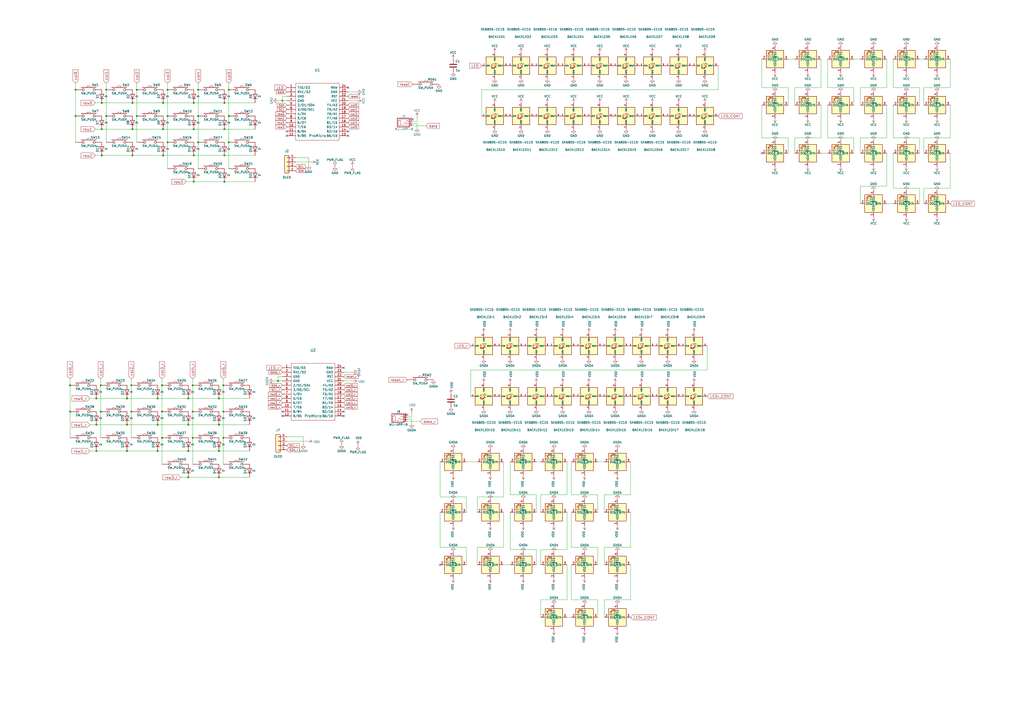
<source format=kicad_sch>
(kicad_sch (version 20231120) (generator "eeschema") (generator_version "8.0")
  (paper "A2")
  (title_block (title "Corne Light") (date "2020-10-13") (rev "2.0") (company "foostan"))
  (junction (at 58.42 223.52))
  (junction (at 129.54 238.76))
  (junction (at 97.155 82.55))
  (junction (at 40.64 223.52))
  (junction (at 132.715 67.31))
  (junction (at 73.66 231.14))
  (junction (at 76.835 90.17))
  (junction (at 76.835 59.69))
  (junction (at 40.64 238.76))
  (junction (at 55.88 231.14))
  (junction (at 93.98 223.52))
  (junction (at 111.76 238.76))
  (junction (at 127 261.62))
  (junction (at 111.76 223.52))
  (junction (at 111.76 254))
  (junction (at 55.88 246.38))
  (junction (at 127 246.38))
  (junction (at 79.375 67.31))
  (junction (at 130.175 74.93))
  (junction (at 55.88 261.62))
  (junction (at 59.055 59.69))
  (junction (at 97.155 52.07))
  (junction (at 94.615 90.17))
  (junction (at 127 276.86))
  (junction (at 76.2 223.52))
  (junction (at 93.98 238.76))
  (junction (at 109.22 276.86))
  (junction (at 112.395 90.17))
  (junction (at 114.935 67.31))
  (junction (at 91.44 261.62))
  (junction (at 76.835 74.93))
  (junction (at 97.155 67.31))
  (junction (at 76.2 238.76))
  (junction (at 91.44 231.14))
  (junction (at 59.055 90.17))
  (junction (at 129.54 254))
  (junction (at 112.395 105.41))
  (junction (at 91.44 246.38))
  (junction (at 132.715 52.07))
  (junction (at 130.175 105.41))
  (junction (at 114.935 52.07))
  (junction (at 59.055 74.93))
  (junction (at 109.22 261.62))
  (junction (at 112.395 59.69))
  (junction (at 161.29 220.98))
  (junction (at 109.22 246.38))
  (junction (at 94.615 59.69))
  (junction (at 109.22 231.14))
  (junction (at 61.595 52.07))
  (junction (at 130.175 59.69))
  (junction (at 73.66 261.62))
  (junction (at 114.935 82.55))
  (junction (at 130.175 90.17))
  (junction (at 163.83 58.42))
  (junction (at 93.98 254))
  (junction (at 79.375 52.07))
  (junction (at 73.66 246.38))
  (junction (at 58.42 238.76))
  (junction (at 43.815 67.31))
  (junction (at 43.815 52.07))
  (junction (at 127 231.14))
  (junction (at 129.54 223.52))
  (junction (at 61.595 67.31))
  (junction (at 132.715 82.55))
  (junction (at 112.395 74.93))
  (junction (at 94.615 74.93))
  (no_connect (at 201.93 50.8))
  (no_connect (at 166.37 76.2))
  (no_connect (at 236.22 240.665))
  (no_connect (at 166.37 78.74))
  (no_connect (at 6.35 -20.955))
  (no_connect (at 199.39 241.3))
  (no_connect (at 201.93 76.2))
  (no_connect (at 201.93 78.74))
  (no_connect (at 255.27 327.66))
  (no_connect (at 199.39 238.76))
  (no_connect (at 239.395 69.215))
  (no_connect (at 163.83 238.76))
  (no_connect (at 199.39 213.36))
  (no_connect (at 441.96 88.9))
  (no_connect (at 163.83 241.3))
  (wire (pts (xy 93.98 223.52) (xy 93.98 238.76)))
  (wire (pts (xy 480.06 60.96) (xy 480.06 80.01)))
  (wire (pts (xy 311.15 287.02) (xy 311.15 297.18)))
  (wire (pts (xy 97.155 82.55) (xy 97.155 97.79)))
  (wire (pts (xy 313.69 347.98) (xy 328.93 347.98)))
  (wire (pts (xy 58.42 219.71) (xy 58.42 223.52)))
  (wire (pts (xy 476.25 60.96) (xy 476.25 80.01)))
  (wire (pts (xy 279.4 52.07) (xy 279.4 67.31)))
  (wire (pts (xy 461.01 88.9) (xy 461.01 80.01)))
  (wire (pts (xy 114.935 52.07) (xy 114.935 67.31)))
  (wire (pts (xy 276.86 297.18) (xy 276.86 288.29)))
  (wire (pts (xy 331.47 327.66) (xy 331.47 347.98)))
  (wire (pts (xy 499.11 60.96) (xy 499.11 50.8)))
  (wire (pts (xy 495.3 80.01) (xy 495.3 88.9)))
  (wire (pts (xy 201.93 58.42) (xy 207.01 58.42)))
  (wire (pts (xy 461.01 80.01) (xy 476.25 80.01)))
  (wire (pts (xy 129.54 223.52) (xy 129.54 238.76)))
  (wire (pts (xy 457.2 80.01) (xy 457.2 88.9)))
  (wire (pts (xy 236.22 241.935) (xy 238.76 241.935)))
  (wire (pts (xy 328.93 267.97) (xy 328.93 287.02)))
  (wire (pts (xy 59.055 74.93) (xy 76.835 74.93)))
  (wire (pts (xy 518.16 88.9) (xy 518.16 109.22)))
  (wire (pts (xy 270.51 288.29) (xy 270.51 297.18)))
  (wire (pts (xy 43.815 48.26) (xy 43.815 52.07)))
  (wire (pts (xy 295.91 297.18) (xy 295.91 318.77)))
  (wire (pts (xy 292.1 267.97) (xy 292.1 288.29)))
  (wire (pts (xy 55.245 59.69) (xy 59.055 59.69)))
  (wire (pts (xy 535.94 88.9) (xy 535.94 80.01)))
  (wire (pts (xy 295.91 318.77) (xy 311.15 318.77)))
  (wire (pts (xy 163.83 218.44) (xy 161.29 218.44)))
  (wire (pts (xy 129.54 238.76) (xy 129.54 254)))
  (wire (pts (xy 535.94 118.11) (xy 535.94 109.22)))
  (wire (pts (xy 166.37 55.88) (xy 163.83 55.88)))
  (wire (pts (xy 328.93 297.18) (xy 328.93 318.77)))
  (wire (pts (xy 127 261.62) (xy 144.78 261.62)))
  (wire (pts (xy 130.175 105.41) (xy 147.955 105.41)))
  (wire (pts (xy 55.245 90.17) (xy 59.055 90.17)))
  (wire (pts (xy 127 246.38) (xy 144.78 246.38)))
  (wire (pts (xy 313.69 287.02) (xy 328.93 287.02)))
  (wire (pts (xy 535.94 80.01) (xy 551.18 80.01)))
  (wire (pts (xy 127 231.14) (xy 144.78 231.14)))
  (wire (pts (xy 346.71 347.98) (xy 346.71 358.14)))
  (wire (pts (xy 480.06 50.8) (xy 495.3 50.8)))
  (wire (pts (xy 109.22 276.86) (xy 127 276.86)))
  (wire (pts (xy 58.42 223.52) (xy 58.42 238.76)))
  (wire (pts (xy 518.16 80.01) (xy 533.4 80.01)))
  (wire (pts (xy 55.88 246.38) (xy 73.66 246.38)))
  (wire (pts (xy 276.86 327.66) (xy 276.86 317.5)))
  (wire (pts (xy 350.52 327.66) (xy 350.52 317.5)))
  (wire (pts (xy 313.69 297.18) (xy 313.69 287.02)))
  (wire (pts (xy 111.76 223.52) (xy 111.76 238.76)))
  (wire (pts (xy 179.07 95.885) (xy 179.07 91.44)))
  (wire (pts (xy 499.11 50.8) (xy 514.35 50.8)))
  (wire (pts (xy 166.37 255.905) (xy 178.435 255.905)))
  (wire (pts (xy 533.4 109.22) (xy 533.4 118.11)))
  (wire (pts (xy 331.47 267.97) (xy 331.47 287.02)))
  (wire (pts (xy 73.66 246.38) (xy 91.44 246.38)))
  (wire (pts (xy 461.01 50.8) (xy 476.25 50.8)))
  (wire (pts (xy 328.93 358.14) (xy 331.47 358.14)))
  (wire (pts (xy 43.815 67.31) (xy 43.815 82.55)))
  (wire (pts (xy 276.86 317.5) (xy 292.1 317.5)))
  (wire (pts (xy 551.18 60.96) (xy 551.18 80.01)))
  (wire (pts (xy 476.25 88.9) (xy 480.06 88.9)))
  (wire (pts (xy 59.055 59.69) (xy 76.835 59.69)))
  (wire (pts (xy 112.395 74.93) (xy 130.175 74.93)))
  (wire (pts (xy 480.06 80.01) (xy 495.3 80.01)))
  (wire (pts (xy 499.11 88.9) (xy 499.11 80.01)))
  (wire (pts (xy 130.175 74.93) (xy 147.955 74.93)))
  (wire (pts (xy 499.11 80.01) (xy 514.35 80.01)))
  (wire (pts (xy 365.76 327.66) (xy 365.76 347.98)))
  (wire (pts (xy 311.15 318.77) (xy 311.15 327.66)))
  (wire (pts (xy 163.83 58.42) (xy 166.37 58.42)))
  (wire (pts (xy 201.93 53.34) (xy 207.01 53.34)))
  (wire (pts (xy 91.44 231.14) (xy 109.22 231.14)))
  (wire (pts (xy 514.35 60.96) (xy 514.35 80.01)))
  (wire (pts (xy 129.54 219.71) (xy 129.54 223.52)))
  (wire (pts (xy 365.76 297.18) (xy 365.76 317.5)))
  (wire (pts (xy 441.96 34.29) (xy 441.96 50.8)))
  (wire (pts (xy 97.155 48.26) (xy 97.155 52.07)))
  (wire (pts (xy 241.935 70.485) (xy 241.935 67.945)))
  (wire (pts (xy 161.29 220.98) (xy 163.83 220.98)))
  (wire (pts (xy 59.055 90.17) (xy 76.835 90.17)))
  (wire (pts (xy 518.16 60.96) (xy 518.16 80.01)))
  (wire (pts (xy 175.895 253.365) (xy 175.895 257.81)))
  (wire (pts (xy 91.44 261.62) (xy 109.22 261.62)))
  (wire (pts (xy 94.615 74.93) (xy 112.395 74.93)))
  (wire (pts (xy 239.395 70.485) (xy 241.935 70.485)))
  (wire (pts (xy 518.16 34.29) (xy 518.16 50.8)))
  (wire (pts (xy 255.27 297.18) (xy 255.27 317.5)))
  (wire (pts (xy 114.935 82.55) (xy 114.935 97.79)))
  (wire (pts (xy 236.22 244.475) (xy 243.84 244.475)))
  (wire (pts (xy 238.76 243.205) (xy 238.76 245.745)))
  (wire (pts (xy 514.35 118.11) (xy 518.16 118.11)))
  (wire (pts (xy 109.22 246.38) (xy 127 246.38)))
  (wire (pts (xy 238.76 241.935) (xy 238.76 239.395)))
  (wire (pts (xy 533.4 34.29) (xy 535.94 34.29)))
  (wire (pts (xy 114.935 67.31) (xy 114.935 82.55)))
  (wire (pts (xy 331.47 297.18) (xy 331.47 317.5)))
  (wire (pts (xy 533.4 50.8) (xy 533.4 60.96)))
  (wire (pts (xy 239.395 73.025) (xy 247.015 73.025)))
  (wire (pts (xy 52.07 246.38) (xy 55.88 246.38)))
  (wire (pts (xy 112.395 90.17) (xy 130.175 90.17)))
  (wire (pts (xy 551.18 88.9) (xy 551.18 109.22)))
  (wire (pts (xy 40.64 238.76) (xy 40.64 254)))
  (wire (pts (xy 331.47 317.5) (xy 346.71 317.5)))
  (wire (pts (xy 410.21 214.63) (xy 273.05 214.63)))
  (wire (pts (xy 91.44 246.38) (xy 109.22 246.38)))
  (wire (pts (xy 514.35 34.29) (xy 514.35 50.8)))
  (wire (pts (xy 518.16 50.8) (xy 533.4 50.8)))
  (wire (pts (xy 109.22 231.14) (xy 127 231.14)))
  (wire (pts (xy 97.155 52.07) (xy 97.155 67.31)))
  (wire (pts (xy 535.94 60.96) (xy 535.94 50.8)))
  (wire (pts (xy 311.15 267.97) (xy 313.69 267.97)))
  (wire (pts (xy 52.07 261.62) (xy 55.88 261.62)))
  (wire (pts (xy 112.395 105.41) (xy 130.175 105.41)))
  (wire (pts (xy 346.71 317.5) (xy 346.71 327.66)))
  (wire (pts (xy 111.76 219.71) (xy 111.76 223.52)))
  (wire (pts (xy 161.29 218.44) (xy 161.29 220.98)))
  (wire (pts (xy 350.52 347.98) (xy 365.76 347.98)))
  (wire (pts (xy 94.615 90.17) (xy 112.395 90.17)))
  (wire (pts (xy 270.51 317.5) (xy 270.51 327.66)))
  (wire (pts (xy 58.42 238.76) (xy 58.42 254)))
  (wire (pts (xy 476.25 34.29) (xy 476.25 50.8)))
  (wire (pts (xy 40.64 219.71) (xy 40.64 223.52)))
  (wire (pts (xy 441.96 50.8) (xy 457.2 50.8)))
  (wire (pts (xy 416.56 38.1) (xy 416.56 52.07)))
  (wire (pts (xy 199.39 220.98) (xy 204.47 220.98)))
  (wire (pts (xy 52.07 231.14) (xy 55.88 231.14)))
  (wire (pts (xy 130.175 90.17) (xy 147.955 90.17)))
  (wire (pts (xy 158.75 220.98) (xy 161.29 220.98)))
  (wire (pts (xy 55.245 74.93) (xy 59.055 74.93)))
  (wire (pts (xy 331.47 347.98) (xy 346.71 347.98)))
  (wire (pts (xy 166.37 253.365) (xy 175.895 253.365)))
  (wire (pts (xy 499.11 118.11) (xy 499.11 107.95)))
  (wire (pts (xy 292.1 327.66) (xy 295.91 327.66)))
  (wire (pts (xy 313.69 327.66) (xy 313.69 318.77)))
  (wire (pts (xy 292.1 297.18) (xy 292.1 317.5)))
  (wire (pts (xy 313.69 358.14) (xy 313.69 347.98)))
  (wire (pts (xy 551.18 34.29) (xy 551.18 50.8)))
  (wire (pts (xy 76.835 90.17) (xy 94.615 90.17)))
  (wire (pts (xy 132.715 67.31) (xy 132.715 82.55)))
  (wire (pts (xy 255.27 317.5) (xy 270.51 317.5)))
  (wire (pts (xy 295.91 287.02) (xy 311.15 287.02)))
  (wire (pts (xy 416.56 52.07) (xy 279.4 52.07)))
  (wire (pts (xy 313.69 318.77) (xy 328.93 318.77)))
  (wire (pts (xy 179.07 91.44) (xy 171.45 91.44)))
  (wire (pts (xy 163.83 55.88) (xy 163.83 58.42)))
  (wire (pts (xy 350.52 358.14) (xy 350.52 347.98)))
  (wire (pts (xy 199.39 215.9) (xy 204.47 215.9)))
  (wire (pts (xy 161.29 58.42) (xy 163.83 58.42)))
  (wire (pts (xy 495.3 34.29) (xy 499.11 34.29)))
  (wire (pts (xy 61.595 52.07) (xy 61.595 67.31)))
  (wire (pts (xy 79.375 48.26) (xy 79.375 52.07)))
  (wire (pts (xy 255.27 267.97) (xy 255.27 288.29)))
  (wire (pts (xy 130.175 59.69) (xy 147.955 59.69)))
  (wire (pts (xy 273.05 214.63) (xy 273.05 229.87)))
  (wire (pts (xy 93.98 238.76) (xy 93.98 254)))
  (wire (pts (xy 535.94 109.22) (xy 551.18 109.22)))
  (wire (pts (xy 55.88 261.62) (xy 73.66 261.62)))
  (wire (pts (xy 132.715 52.07) (xy 132.715 67.31)))
  (wire (pts (xy 112.395 59.69) (xy 130.175 59.69)))
  (wire (pts (xy 461.01 60.96) (xy 461.01 50.8)))
  (wire (pts (xy 535.94 50.8) (xy 551.18 50.8)))
  (wire (pts (xy 171.45 93.98) (xy 180.34 93.98)))
  (wire (pts (xy 239.395 71.755) (xy 241.935 71.755)))
  (wire (pts (xy 76.2 238.76) (xy 76.2 254)))
  (wire (pts (xy 350.52 317.5) (xy 365.76 317.5)))
  (wire (pts (xy 276.86 288.29) (xy 292.1 288.29)))
  (wire (pts (xy 132.715 82.55) (xy 132.715 97.79)))
  (wire (pts (xy 73.66 231.14) (xy 91.44 231.14)))
  (wire (pts (xy 441.96 80.01) (xy 457.2 80.01)))
  (wire (pts (xy 127 276.86) (xy 144.78 276.86)))
  (wire (pts (xy 76.835 74.93) (xy 94.615 74.93)))
  (wire (pts (xy 331.47 287.02) (xy 346.71 287.02)))
  (wire (pts (xy 61.595 67.31) (xy 61.595 82.55)))
  (wire (pts (xy 79.375 67.31) (xy 79.375 82.55)))
  (wire (pts (xy 104.775 276.86) (xy 109.22 276.86)))
  (wire (pts (xy 328.93 327.66) (xy 328.93 347.98)))
  (wire (pts (xy 132.715 48.26) (xy 132.715 52.07)))
  (wire (pts (xy 270.51 267.97) (xy 276.86 267.97)))
  (wire (pts (xy 533.4 80.01) (xy 533.4 88.9)))
  (wire (pts (xy 514.35 107.95) (xy 514.35 88.9)))
  (wire (pts (xy 457.2 34.29) (xy 461.01 34.29)))
  (wire (pts (xy 111.76 238.76) (xy 111.76 254)))
  (wire (pts (xy 93.98 254) (xy 93.98 269.24)))
  (wire (pts (xy 295.91 267.97) (xy 295.91 287.02)))
  (wire (pts (xy 365.76 267.97) (xy 365.76 287.02)))
  (wire (pts (xy 93.98 219.71) (xy 93.98 223.52)))
  (wire (pts (xy 76.835 59.69) (xy 94.615 59.69)))
  (wire (pts (xy 129.54 254) (xy 129.54 269.24)))
  (wire (pts (xy 499.11 107.95) (xy 514.35 107.95)))
  (wire (pts (xy 40.64 223.52) (xy 40.64 238.76)))
  (wire (pts (xy 441.96 60.96) (xy 441.96 80.01)))
  (wire (pts (xy 410.21 200.66) (xy 410.21 214.63)))
  (wire (pts (xy 97.155 67.31) (xy 97.155 82.55)))
  (wire (pts (xy 346.71 287.02) (xy 346.71 297.18)))
  (wire (pts (xy 76.2 219.71) (xy 76.2 223.52)))
  (wire (pts (xy 255.27 288.29) (xy 270.51 288.29)))
  (wire (pts (xy 61.595 48.26) (xy 61.595 52.07)))
  (wire (pts (xy 107.95 105.41) (xy 112.395 105.41)))
  (wire (pts (xy 111.76 254) (xy 111.76 269.24)))
  (wire (pts (xy 457.2 50.8) (xy 457.2 60.96)))
  (wire (pts (xy 114.935 48.26) (xy 114.935 52.07)))
  (wire (pts (xy 346.71 267.97) (xy 350.52 267.97)))
  (wire (pts (xy 43.815 52.07) (xy 43.815 67.31)))
  (wire (pts (xy 518.16 109.22) (xy 533.4 109.22)))
  (wire (pts (xy 350.52 297.18) (xy 350.52 287.02)))
  (wire (pts (xy 350.52 287.02) (xy 365.76 287.02)))
  (wire (pts (xy 495.3 50.8) (xy 495.3 60.96)))
  (wire (pts (xy 94.615 59.69) (xy 112.395 59.69)))
  (wire (pts (xy 76.2 223.52) (xy 76.2 238.76)))
  (wire (pts (xy 480.06 34.29) (xy 480.06 50.8)))
  (wire (pts (xy 79.375 52.07) (xy 79.375 67.31)))
  (wire (pts (xy 241.935 71.755) (xy 241.935 74.295)))
  (wire (pts (xy 109.22 261.62) (xy 127 261.62)))
  (wire (pts (xy 73.66 261.62) (xy 91.44 261.62)))
  (wire (pts (xy 55.88 231.14) (xy 73.66 231.14)))
  (wire (pts (xy 236.22 243.205) (xy 238.76 243.205)))
  (global_label "row2_r" (shape input) (at 163.83 233.68 180) (effects (font (size 1.1938 1.1938))) (property "Intersheetrefs" "${INTERSHEET_REFS}" (effects (hide yes))))
  (global_label "row0_r" (shape input) (at 52.07 231.14 180) (effects (font (size 1.524 1.524))) (property "Intersheetrefs" "${INTERSHEET_REFS}" (effects (hide yes))))
  (global_label "SCL" (shape input) (at 171.45 96.52 0) (effects (font (size 1.1938 1.1938))) (property "Intersheetrefs" "${INTERSHEET_REFS}" (effects (hide yes))))
  (global_label "reset_r" (shape input) (at 236.22 220.345 180) (effects (font (size 1.524 1.524))) (property "Intersheetrefs" "${INTERSHEET_REFS}" (effects (hide yes))))
  (global_label "SCL_r" (shape input) (at 166.37 258.445 0) (effects (font (size 1.1938 1.1938))) (property "Intersheetrefs" "${INTERSHEET_REFS}" (effects (hide yes))))
  (global_label "col1" (shape input) (at 61.595 48.26 90) (effects (font (size 1.524 1.524))) (property "Intersheetrefs" "${INTERSHEET_REFS}" (effects (hide yes))))
  (global_label "row1_r" (shape input) (at 52.07 246.38 180) (effects (font (size 1.524 1.524))) (property "Intersheetrefs" "${INTERSHEET_REFS}" (effects (hide yes))))
  (global_label "LED_CONT" (shape input) (at 551.18 118.11 0) (effects (font (size 1.524 1.524))) (property "Intersheetrefs" "${INTERSHEET_REFS}" (effects (hide yes))))
  (global_label "data_r" (shape input) (at 243.84 244.475 0) (effects (font (size 1.524 1.524))) (property "Intersheetrefs" "${INTERSHEET_REFS}" (effects (hide yes))))
  (global_label "reset" (shape input) (at 201.93 55.88 0) (effects (font (size 1.1938 1.1938))) (property "Intersheetrefs" "${INTERSHEET_REFS}" (effects (hide yes))))
  (global_label "row0" (shape input) (at 55.245 59.69 180) (effects (font (size 1.524 1.524))) (property "Intersheetrefs" "${INTERSHEET_REFS}" (effects (hide yes))))
  (global_label "row0" (shape input) (at 166.37 66.04 180) (effects (font (size 1.1938 1.1938))) (property "Intersheetrefs" "${INTERSHEET_REFS}" (effects (hide yes))))
  (global_label "col1_r" (shape input) (at 199.39 226.06 0) (effects (font (size 1.1938 1.1938))) (property "Intersheetrefs" "${INTERSHEET_REFS}" (effects (hide yes))))
  (global_label "col5" (shape input) (at 132.715 48.26 90) (effects (font (size 1.524 1.524))) (property "Intersheetrefs" "${INTERSHEET_REFS}" (effects (hide yes))))
  (global_label "col4_r" (shape input) (at 111.76 219.71 90) (effects (font (size 1.524 1.524))) (property "Intersheetrefs" "${INTERSHEET_REFS}" (effects (hide yes))))
  (global_label "SDA" (shape input) (at 166.37 60.96 180) (effects (font (size 1.1938 1.1938))) (property "Intersheetrefs" "${INTERSHEET_REFS}" (effects (hide yes))))
  (global_label "col4_r" (shape input) (at 199.39 233.68 0) (effects (font (size 1.1938 1.1938))) (property "Intersheetrefs" "${INTERSHEET_REFS}" (effects (hide yes))))
  (global_label "row2" (shape input) (at 55.245 90.17 180) (effects (font (size 1.524 1.524))) (property "Intersheetrefs" "${INTERSHEET_REFS}" (effects (hide yes))))
  (global_label "LEDr_CONT" (shape input) (at 410.21 229.87 0) (effects (font (size 1.524 1.524))) (property "Intersheetrefs" "${INTERSHEET_REFS}" (effects (hide yes))))
  (global_label "LED_r" (shape input) (at 273.05 200.66 180) (effects (font (size 1.524 1.524))) (property "Intersheetrefs" "${INTERSHEET_REFS}" (effects (hide yes))))
  (global_label "row1" (shape input) (at 55.245 74.93 180) (effects (font (size 1.524 1.524))) (property "Intersheetrefs" "${INTERSHEET_REFS}" (effects (hide yes))))
  (global_label "row3_r" (shape input) (at 104.775 276.86 180) (effects (font (size 1.524 1.524))) (property "Intersheetrefs" "${INTERSHEET_REFS}" (effects (hide yes))))
  (global_label "col3_r" (shape input) (at 199.39 231.14 0) (effects (font (size 1.1938 1.1938))) (property "Intersheetrefs" "${INTERSHEET_REFS}" (effects (hide yes))))
  (global_label "SDA" (shape input) (at 171.45 99.06 0) (effects (font (size 1.1938 1.1938))) (property "Intersheetrefs" "${INTERSHEET_REFS}" (effects (hide yes))))
  (global_label "col0_r" (shape input) (at 199.39 223.52 0) (effects (font (size 1.1938 1.1938))) (property "Intersheetrefs" "${INTERSHEET_REFS}" (effects (hide yes))))
  (global_label "col1_r" (shape input) (at 58.42 219.71 90) (effects (font (size 1.524 1.524))) (property "Intersheetrefs" "${INTERSHEET_REFS}" (effects (hide yes))))
  (global_label "col0_r" (shape input) (at 40.64 219.71 90) (effects (font (size 1.524 1.524))) (property "Intersheetrefs" "${INTERSHEET_REFS}" (effects (hide yes))))
  (global_label "col2_r" (shape input) (at 76.2 219.71 90) (effects (font (size 1.524 1.524))) (property "Intersheetrefs" "${INTERSHEET_REFS}" (effects (hide yes))))
  (global_label "LED" (shape input) (at 166.37 50.8 180) (effects (font (size 1.524 1.524))) (property "Intersheetrefs" "${INTERSHEET_REFS}" (effects (hide yes))))
  (global_label "col1" (shape input) (at 201.93 63.5 0) (effects (font (size 1.1938 1.1938))) (property "Intersheetrefs" "${INTERSHEET_REFS}" (effects (hide yes))))
  (global_label "row3_r" (shape input) (at 163.83 236.22 180) (effects (font (size 1.1938 1.1938))) (property "Intersheetrefs" "${INTERSHEET_REFS}" (effects (hide yes))))
  (global_label "col3_r" (shape input) (at 93.98 219.71 90) (effects (font (size 1.524 1.524))) (property "Intersheetrefs" "${INTERSHEET_REFS}" (effects (hide yes))))
  (global_label "col4" (shape input) (at 114.935 48.26 90) (effects (font (size 1.524 1.524))) (property "Intersheetrefs" "${INTERSHEET_REFS}" (effects (hide yes))))
  (global_label "col4" (shape input) (at 201.93 71.12 0) (effects (font (size 1.1938 1.1938))) (property "Intersheetrefs" "${INTERSHEET_REFS}" (effects (hide yes))))
  (global_label "col3" (shape input) (at 97.155 48.26 90) (effects (font (size 1.524 1.524))) (property "Intersheetrefs" "${INTERSHEET_REFS}" (effects (hide yes))))
  (global_label "SCL" (shape input) (at 166.37 63.5 180) (effects (font (size 1.1938 1.1938))) (property "Intersheetrefs" "${INTERSHEET_REFS}" (effects (hide yes))))
  (global_label "col5" (shape input) (at 201.93 73.66 0) (effects (font (size 1.1938 1.1938))) (property "Intersheetrefs" "${INTERSHEET_REFS}" (effects (hide yes))))
  (global_label "LED_CONT" (shape input) (at 416.56 67.31 0) (effects (font (size 1.524 1.524))) (property "Intersheetrefs" "${INTERSHEET_REFS}" (effects (hide yes))))
  (global_label "col5_r" (shape input) (at 199.39 236.22 0) (effects (font (size 1.1938 1.1938))) (property "Intersheetrefs" "${INTERSHEET_REFS}" (effects (hide yes))))
  (global_label "col5_r" (shape input) (at 129.54 219.71 90) (effects (font (size 1.524 1.524))) (property "Intersheetrefs" "${INTERSHEET_REFS}" (effects (hide yes))))
  (global_label "col2_r" (shape input) (at 199.39 228.6 0) (effects (font (size 1.1938 1.1938))) (property "Intersheetrefs" "${INTERSHEET_REFS}" (effects (hide yes))))
  (global_label "reset_r" (shape input) (at 199.39 218.44 0) (effects (font (size 1.1938 1.1938))) (property "Intersheetrefs" "${INTERSHEET_REFS}" (effects (hide yes))))
  (global_label "row3" (shape input) (at 107.95 105.41 180) (effects (font (size 1.524 1.524))) (property "Intersheetrefs" "${INTERSHEET_REFS}" (effects (hide yes))))
  (global_label "row2_r" (shape input) (at 52.07 261.62 180) (effects (font (size 1.524 1.524))) (property "Intersheetrefs" "${INTERSHEET_REFS}" (effects (hide yes))))
  (global_label "LED_r" (shape input) (at 163.83 213.36 180) (effects (font (size 1.524 1.524))) (property "Intersheetrefs" "${INTERSHEET_REFS}" (effects (hide yes))))
  (global_label "LED" (shape input) (at 279.4 38.1 180) (effects (font (size 1.524 1.524))) (property "Intersheetrefs" "${INTERSHEET_REFS}" (effects (hide yes))))
  (global_label "col3" (shape input) (at 201.93 68.58 0) (effects (font (size 1.1938 1.1938))) (property "Intersheetrefs" "${INTERSHEET_REFS}" (effects (hide yes))))
  (global_label "col2" (shape input) (at 201.93 66.04 0) (effects (font (size 1.1938 1.1938))) (property "Intersheetrefs" "${INTERSHEET_REFS}" (effects (hide yes))))
  (global_label "reset" (shape input) (at 239.395 48.895 180) (effects (font (size 1.524 1.524))) (property "Intersheetrefs" "${INTERSHEET_REFS}" (effects (hide yes))))
  (global_label "SCL_r" (shape input) (at 163.83 226.06 180) (effects (font (size 1.1938 1.1938))) (property "Intersheetrefs" "${INTERSHEET_REFS}" (effects (hide yes))))
  (global_label "SDA_r" (shape input) (at 166.37 260.985 0) (effects (font (size 1.1938 1.1938))) (property "Intersheetrefs" "${INTERSHEET_REFS}" (effects (hide yes))))
  (global_label "SDA_r" (shape input) (at 163.83 223.52 180) (effects (font (size 1.1938 1.1938))) (property "Intersheetrefs" "${INTERSHEET_REFS}" (effects (hide yes))))
  (global_label "row0_r" (shape input) (at 163.83 228.6 180) (effects (font (size 1.1938 1.1938))) (property "Intersheetrefs" "${INTERSHEET_REFS}" (effects (hide yes))))
  (global_label "data" (shape input) (at 247.015 73.025 0) (effects (font (size 1.524 1.524))) (property "Intersheetrefs" "${INTERSHEET_REFS}" (effects (hide yes))))
  (global_label "LEDr_CONT" (shape input) (at 365.76 358.14 0) (effects (font (size 1.524 1.524))) (property "Intersheetrefs" "${INTERSHEET_REFS}" (effects (hide yes))))
  (global_label "row3" (shape input) (at 166.37 73.66 180) (effects (font (size 1.1938 1.1938))) (property "Intersheetrefs" "${INTERSHEET_REFS}" (effects (hide yes))))
  (global_label "col0" (shape input) (at 43.815 48.26 90) (effects (font (size 1.524 1.524))) (property "Intersheetrefs" "${INTERSHEET_REFS}" (effects (hide yes))))
  (global_label "data_r" (shape input) (at 163.83 215.9 180) (effects (font (size 1.1938 1.1938))) (property "Intersheetrefs" "${INTERSHEET_REFS}" (effects (hide yes))))
  (global_label "row1" (shape input) (at 166.37 68.58 180) (effects (font (size 1.1938 1.1938))) (property "Intersheetrefs" "${INTERSHEET_REFS}" (effects (hide yes))))
  (global_label "col2" (shape input) (at 79.375 48.26 90) (effects (font (size 1.524 1.524))) (property "Intersheetrefs" "${INTERSHEET_REFS}" (effects (hide yes))))
  (global_label "col0" (shape input) (at 201.93 60.96 0) (effects (font (size 1.1938 1.1938))) (property "Intersheetrefs" "${INTERSHEET_REFS}" (effects (hide yes))))
  (global_label "row1_r" (shape input) (at 163.83 231.14 180) (effects (font (size 1.1938 1.1938))) (property "Intersheetrefs" "${INTERSHEET_REFS}" (effects (hide yes))))
  (global_label "row2" (shape input) (at 166.37 71.12 180) (effects (font (size 1.1938 1.1938))) (property "Intersheetrefs" "${INTERSHEET_REFS}" (effects (hide yes))))
  (global_label "data" (shape input) (at 166.37 53.34 180) (effects (font (size 1.1938 1.1938))) (property "Intersheetrefs" "${INTERSHEET_REFS}" (effects (hide yes))))
  (symbol (lib_id "corne-light-rescue:ProMicro-kbd") (at 184.15 64.77 0) (unit 1) (in_bom no)
    (property "Reference" "U1" (at 184.15 40.64 0) (effects (font (size 1.524 1.524))))
    (property "Value" "ProMicro" (at 184.15 78.74 0) (effects (font (size 1.524 1.524))))
    (property "Footprint" "holykeebs:ProMicro_1mm_holes" (effects (hide yes)))
  )
  (symbol (lib_id "corne-light-rescue:SW_PUSH-kbd") (at 69.215 52.07 0) (unit 1)
    (property "Reference" "SW2" (at 73.025 49.276 0))
    (property "Value" "SW_PUSH" (at 69.215 54.102 0))
    (property "Footprint" "holykeebs:SW_choc_v1_HS_CPG135001S30_1u" (effects (hide yes)))
  )
  (symbol (lib_id "Device:D") (at 76.835 55.88 90) (unit 1)
    (property "Reference" "D2" (at 74.295 55.88 0))
    (property "Value" "D" (at 79.375 55.88 0))
    (property "Footprint" "kbd:D3_SMD_v2" (effects (hide yes)))
  )
  (symbol (lib_id "corne-light-rescue:SW_PUSH-kbd") (at 86.995 52.07 0) (unit 1)
    (property "Reference" "SW3" (at 90.805 49.276 0))
    (property "Value" "SW_PUSH" (at 86.995 54.102 0))
    (property "Footprint" "holykeebs:SW_choc_v1_HS_CPG135001S30_1u" (effects (hide yes)))
  )
  (symbol (lib_id "Device:D") (at 94.615 55.88 90) (unit 1)
    (property "Reference" "D3" (at 92.075 55.88 0))
    (property "Value" "D" (at 97.155 55.88 0))
    (property "Footprint" "kbd:D3_SMD_v2" (effects (hide yes)))
  )
  (symbol (lib_id "corne-light-rescue:SW_PUSH-kbd") (at 104.775 52.07 0) (unit 1)
    (property "Reference" "SW4" (at 108.585 49.276 0))
    (property "Value" "SW_PUSH" (at 104.775 54.102 0))
    (property "Footprint" "holykeebs:SW_choc_v1_HS_CPG135001S30_1u" (effects (hide yes)))
  )
  (symbol (lib_id "corne-light-rescue:SW_PUSH-kbd") (at 122.555 52.07 0) (unit 1)
    (property "Reference" "SW5" (at 126.365 49.276 0))
    (property "Value" "SW_PUSH" (at 122.555 54.102 0))
    (property "Footprint" "holykeebs:SW_choc_v1_HS_CPG135001S30_1u" (effects (hide yes)))
  )
  (symbol (lib_id "corne-light-rescue:SW_PUSH-kbd") (at 140.335 52.07 0) (unit 1)
    (property "Reference" "SW6" (at 144.145 49.276 0))
    (property "Value" "SW_PUSH" (at 140.335 54.102 0))
    (property "Footprint" "holykeebs:SW_choc_v1_HS_CPG135001S30_1u" (effects (hide yes)))
  )
  (symbol (lib_id "Device:D") (at 112.395 55.88 90) (unit 1)
    (property "Reference" "D4" (at 109.855 55.88 0))
    (property "Value" "D" (at 114.935 55.88 0))
    (property "Footprint" "kbd:D3_SMD_v2" (effects (hide yes)))
  )
  (symbol (lib_id "Device:D") (at 130.175 55.88 90) (unit 1)
    (property "Reference" "D5" (at 127.635 55.88 0))
    (property "Value" "D" (at 132.715 55.88 0))
    (property "Footprint" "kbd:D3_SMD_v2" (effects (hide yes)))
  )
  (symbol (lib_id "Device:D") (at 147.955 55.88 90) (unit 1)
    (property "Reference" "D6" (at 145.415 55.88 0))
    (property "Value" "D" (at 150.495 55.88 0))
    (property "Footprint" "kbd:D3_SMD_v2" (effects (hide yes)))
  )
  (symbol (lib_id "corne-light-rescue:SW_PUSH-kbd") (at 51.435 52.07 0) (unit 1)
    (property "Reference" "SW1" (at 55.245 49.276 0))
    (property "Value" "SW_PUSH" (at 51.435 54.102 0))
    (property "Footprint" "holykeebs:SW_choc_v1_HS_CPG135001S30_1u" (effects (hide yes)))
  )
  (symbol (lib_id "Device:D") (at 59.055 55.88 90) (unit 1)
    (property "Reference" "D1" (at 56.515 55.88 0))
    (property "Value" "D" (at 61.595 55.88 0))
    (property "Footprint" "kbd:D3_SMD_v2" (effects (hide yes)))
  )
  (symbol (lib_id "corne-light-rescue:SW_PUSH-kbd") (at 69.215 67.31 0) (unit 1)
    (property "Reference" "SW8" (at 73.025 64.516 0))
    (property "Value" "SW_PUSH" (at 69.215 69.342 0))
    (property "Footprint" "holykeebs:SW_choc_v1_HS_CPG135001S30_1u" (effects (hide yes)))
  )
  (symbol (lib_id "Device:D") (at 76.835 71.12 90) (unit 1)
    (property "Reference" "D8" (at 74.295 71.12 0))
    (property "Value" "D" (at 79.375 71.12 0))
    (property "Footprint" "kbd:D3_SMD_v2" (effects (hide yes)))
  )
  (symbol (lib_id "corne-light-rescue:SW_PUSH-kbd") (at 86.995 67.31 0) (unit 1)
    (property "Reference" "SW9" (at 90.805 64.516 0))
    (property "Value" "SW_PUSH" (at 86.995 69.342 0))
    (property "Footprint" "holykeebs:SW_choc_v1_HS_CPG135001S30_1u" (effects (hide yes)))
  )
  (symbol (lib_id "Device:D") (at 94.615 71.12 90) (unit 1)
    (property "Reference" "D9" (at 92.075 71.12 0))
    (property "Value" "D" (at 97.155 71.12 0))
    (property "Footprint" "kbd:D3_SMD_v2" (effects (hide yes)))
  )
  (symbol (lib_id "corne-light-rescue:SW_PUSH-kbd") (at 104.775 67.31 0) (unit 1)
    (property "Reference" "SW10" (at 108.585 64.516 0))
    (property "Value" "SW_PUSH" (at 104.775 69.342 0))
    (property "Footprint" "holykeebs:SW_choc_v1_HS_CPG135001S30_1u" (effects (hide yes)))
  )
  (symbol (lib_id "corne-light-rescue:SW_PUSH-kbd") (at 122.555 67.31 0) (unit 1)
    (property "Reference" "SW11" (at 126.365 64.516 0))
    (property "Value" "SW_PUSH" (at 122.555 69.342 0))
    (property "Footprint" "holykeebs:SW_choc_v1_HS_CPG135001S30_1u" (effects (hide yes)))
  )
  (symbol (lib_id "corne-light-rescue:SW_PUSH-kbd") (at 140.335 67.31 0) (unit 1)
    (property "Reference" "SW12" (at 144.145 64.516 0))
    (property "Value" "SW_PUSH" (at 140.335 69.342 0))
    (property "Footprint" "holykeebs:SW_choc_v1_HS_CPG135001S30_1u" (effects (hide yes)))
  )
  (symbol (lib_id "Device:D") (at 112.395 71.12 90) (unit 1)
    (property "Reference" "D10" (at 109.855 71.12 0))
    (property "Value" "D" (at 114.935 71.12 0))
    (property "Footprint" "kbd:D3_SMD_v2" (effects (hide yes)))
  )
  (symbol (lib_id "Device:D") (at 130.175 71.12 90) (unit 1)
    (property "Reference" "D11" (at 127.635 71.12 0))
    (property "Value" "D" (at 132.715 71.12 0))
    (property "Footprint" "kbd:D3_SMD_v2" (effects (hide yes)))
  )
  (symbol (lib_id "Device:D") (at 147.955 71.12 90) (unit 1)
    (property "Reference" "D12" (at 145.415 71.12 0))
    (property "Value" "D" (at 150.495 71.12 0))
    (property "Footprint" "kbd:D3_SMD_v2" (effects (hide yes)))
  )
  (symbol (lib_id "corne-light-rescue:SW_PUSH-kbd") (at 51.435 67.31 0) (unit 1)
    (property "Reference" "SW7" (at 55.245 64.516 0))
    (property "Value" "SW_PUSH" (at 51.435 69.342 0))
    (property "Footprint" "holykeebs:SW_choc_v1_HS_CPG135001S30_1u" (effects (hide yes)))
  )
  (symbol (lib_id "Device:D") (at 59.055 71.12 90) (unit 1)
    (property "Reference" "D7" (at 56.515 71.12 0))
    (property "Value" "D" (at 61.595 71.12 0))
    (property "Footprint" "kbd:D3_SMD_v2" (effects (hide yes)))
  )
  (symbol (lib_id "corne-light-rescue:SW_PUSH-kbd") (at 69.215 82.55 0) (unit 1)
    (property "Reference" "SW14" (at 73.025 79.756 0))
    (property "Value" "SW_PUSH" (at 69.215 84.582 0))
    (property "Footprint" "holykeebs:SW_choc_v1_HS_CPG135001S30_1u" (effects (hide yes)))
  )
  (symbol (lib_id "Device:D") (at 76.835 86.36 90) (unit 1)
    (property "Reference" "D14" (at 74.295 86.36 0))
    (property "Value" "D" (at 79.375 86.36 0))
    (property "Footprint" "kbd:D3_SMD_v2" (effects (hide yes)))
  )
  (symbol (lib_id "corne-light-rescue:SW_PUSH-kbd") (at 86.995 82.55 0) (unit 1)
    (property "Reference" "SW15" (at 90.805 79.756 0))
    (property "Value" "SW_PUSH" (at 86.995 84.582 0))
    (property "Footprint" "holykeebs:SW_choc_v1_HS_CPG135001S30_1u" (effects (hide yes)))
  )
  (symbol (lib_id "Device:D") (at 94.615 86.36 90) (unit 1)
    (property "Reference" "D15" (at 92.075 86.36 0))
    (property "Value" "D" (at 97.155 86.36 0))
    (property "Footprint" "kbd:D3_SMD_v2" (effects (hide yes)))
  )
  (symbol (lib_id "corne-light-rescue:SW_PUSH-kbd") (at 104.775 82.55 0) (unit 1)
    (property "Reference" "SW16" (at 108.585 79.756 0))
    (property "Value" "SW_PUSH" (at 104.775 84.582 0))
    (property "Footprint" "holykeebs:SW_choc_v1_HS_CPG135001S30_1u" (effects (hide yes)))
  )
  (symbol (lib_id "corne-light-rescue:SW_PUSH-kbd") (at 122.555 82.55 0) (unit 1)
    (property "Reference" "SW17" (at 126.365 79.756 0))
    (property "Value" "SW_PUSH" (at 122.555 84.582 0))
    (property "Footprint" "holykeebs:SW_choc_v1_HS_CPG135001S30_1u" (effects (hide yes)))
  )
  (symbol (lib_id "corne-light-rescue:SW_PUSH-kbd") (at 140.335 82.55 0) (unit 1)
    (property "Reference" "SW18" (at 144.145 79.756 0))
    (property "Value" "SW_PUSH" (at 140.335 84.582 0))
    (property "Footprint" "holykeebs:SW_choc_v1_HS_CPG135001S30_1u" (effects (hide yes)))
  )
  (symbol (lib_id "Device:D") (at 112.395 86.36 90) (unit 1)
    (property "Reference" "D16" (at 109.855 86.36 0))
    (property "Value" "D" (at 114.935 86.36 0))
    (property "Footprint" "kbd:D3_SMD_v2" (effects (hide yes)))
  )
  (symbol (lib_id "Device:D") (at 130.175 86.36 90) (unit 1)
    (property "Reference" "D17" (at 127.635 86.36 0))
    (property "Value" "D" (at 132.715 86.36 0))
    (property "Footprint" "kbd:D3_SMD_v2" (effects (hide yes)))
  )
  (symbol (lib_id "Device:D") (at 147.955 86.36 90) (unit 1)
    (property "Reference" "D18" (at 145.415 86.36 0))
    (property "Value" "D" (at 150.495 86.36 0))
    (property "Footprint" "kbd:D3_SMD_v2" (effects (hide yes)))
  )
  (symbol (lib_id "corne-light-rescue:SW_PUSH-kbd") (at 51.435 82.55 0) (unit 1)
    (property "Reference" "SW13" (at 55.245 79.756 0))
    (property "Value" "SW_PUSH" (at 51.435 84.582 0))
    (property "Footprint" "holykeebs:SW_choc_v1_HS_CPG135001S30_1u" (effects (hide yes)))
  )
  (symbol (lib_id "Device:D") (at 59.055 86.36 90) (unit 1)
    (property "Reference" "D13" (at 56.515 86.36 0))
    (property "Value" "D" (at 61.595 86.36 0))
    (property "Footprint" "kbd:D3_SMD_v2" (effects (hide yes)))
  )
  (symbol (lib_id "corne-light-rescue:SW_PUSH-kbd") (at 122.555 97.79 0) (unit 1)
    (property "Reference" "SW20" (at 126.365 94.996 0))
    (property "Value" "SW_PUSH" (at 122.555 99.822 0))
    (property "Footprint" "holykeebs:SW_choc_v1_HS_CPG135001S30_1u" (effects (hide yes)))
  )
  (symbol (lib_id "Device:D") (at 130.175 101.6 90) (unit 1)
    (property "Reference" "D20" (at 127.635 101.6 0))
    (property "Value" "D" (at 132.715 101.6 0))
    (property "Footprint" "kbd:D3_SMD_v2" (effects (hide yes)))
  )
  (symbol (lib_id "corne-light-rescue:SW_PUSH-kbd") (at 140.335 97.79 0) (unit 1)
    (property "Reference" "SW21" (at 144.145 94.996 0))
    (property "Value" "SW_PUSH" (at 140.335 99.822 0))
    (property "Footprint" "PCM_marbastlib-choc:SW_choc_v1_HS_CPG135001S30_1.5u" (effects (hide yes)))
  )
  (symbol (lib_id "Device:D") (at 147.955 101.6 90) (unit 1)
    (property "Reference" "D21" (at 145.415 101.6 0))
    (property "Value" "D" (at 150.495 101.6 0))
    (property "Footprint" "kbd:D3_SMD_v2" (effects (hide yes)))
  )
  (symbol (lib_id "corne-light-rescue:SW_PUSH-kbd") (at 104.775 97.79 0) (unit 1)
    (property "Reference" "SW19" (at 108.585 94.996 0))
    (property "Value" "SW_PUSH" (at 104.775 99.822 0))
    (property "Footprint" "holykeebs:SW_choc_v1_HS_CPG135001S30_1u" (effects (hide yes)))
  )
  (symbol (lib_id "Device:D") (at 112.395 101.6 90) (unit 1)
    (property "Reference" "D19" (at 109.855 101.6 0))
    (property "Value" "D" (at 114.935 101.6 0))
    (property "Footprint" "kbd:D3_SMD_v2" (effects (hide yes)))
  )
  (symbol (lib_id "power:GND") (at 207.01 53.34 90) (unit 1)
    (property "Reference" "#PWR03" (effects (hide yes)))
    (property "Value" "GND" (at 210.82 53.34 0))
  )
  (symbol (lib_id "power:VCC") (at 207.01 58.42 270) (unit 1)
    (property "Reference" "#PWR05" (effects (hide yes)))
    (property "Value" "VCC" (at 210.82 58.42 0))
  )
  (symbol (lib_id "power:GND") (at 161.29 58.42 270) (unit 1)
    (property "Reference" "#PWR04" (effects (hide yes)))
    (property "Value" "GND" (at 157.48 58.42 0))
  )
  (symbol (lib_id "power:GND") (at 194.31 96.52 0) (unit 1)
    (property "Reference" "#PWR01" (effects (hide yes)))
    (property "Value" "GND" (at 194.31 100.33 0))
  )
  (symbol (lib_id "power:VCC") (at 204.47 96.52 0) (unit 1)
    (property "Reference" "#PWR02" (effects (hide yes)))
    (property "Value" "VCC" (at 204.47 92.71 0))
  )
  (symbol (lib_id "power:PWR_FLAG") (at 204.47 96.52 180) (unit 1)
    (property "Reference" "#FLG02" (effects (hide yes)))
    (property "Value" "PWR_FLAG" (at 204.47 100.33 0))
  )
  (symbol (lib_id "power:PWR_FLAG") (at 194.31 96.52 0) (unit 1)
    (property "Reference" "#FLG01" (effects (hide yes)))
    (property "Value" "PWR_FLAG" (at 194.31 92.71 0))
  )
  (symbol (lib_id "corne-light-rescue:SW_PUSH-kbd") (at 247.015 48.895 0) (unit 1) (in_bom no)
    (property "Reference" "RSW1" (at 250.825 46.101 0))
    (property "Value" "SW_PUSH" (at 247.015 50.927 0))
    (property "Footprint" "kbd:ResetSW_1side" (effects (hide yes)))
  )
  (symbol (lib_id "power:GND") (at 254.635 48.895 0) (unit 1)
    (property "Reference" "#PWR07" (effects (hide yes)))
    (property "Value" "GND" (at 254.635 52.705 0))
  )
  (symbol (lib_id "power:VCC") (at 241.935 67.945 0) (unit 1)
    (property "Reference" "#PWR06" (effects (hide yes)))
    (property "Value" "VCC" (at 241.935 64.135 0))
  )
  (symbol (lib_id "power:GND") (at 241.935 74.295 0) (unit 1)
    (property "Reference" "#PWR08" (effects (hide yes)))
    (property "Value" "GND" (at 241.935 78.105 0))
  )
  (symbol (lib_id "Connector_Generic:Conn_01x04") (at 166.37 96.52 180) (unit 1) (in_bom no)
    (property "Reference" "J2" (at 166.37 87.63 0))
    (property "Value" "OLED" (at 166.37 102.87 0))
    (property "Footprint" "kbd:OLED_1side" (effects (hide yes)))
  )
  (symbol (lib_id "power:GND") (at 179.07 95.885 0) (unit 1)
    (property "Reference" "#PWR019" (effects (hide yes)))
    (property "Value" "GND" (at 179.07 99.695 0))
  )
  (symbol (lib_id "power:VCC") (at 180.34 93.98 270) (unit 1)
    (property "Reference" "#PWR018" (effects (hide yes)))
    (property "Value" "VCC" (at 184.15 93.98 0))
  )
  (symbol (lib_id "corne-light-rescue:MJ-4PP-9-kbd") (at 234.315 71.12 0) (unit 1) (in_bom no)
    (property "Reference" "J1" (at 234.315 67.31 0))
    (property "Value" "MJ-4PP-9" (at 234.315 74.93 0))
    (property "Footprint" "kbd:MJ-4PP-9_1side" (effects (hide yes)))
  )
  (symbol (lib_id "corne-light-rescue:ProMicro-kbd") (at 181.61 227.33 0) (unit 1) (in_bom no)
    (property "Reference" "U2" (at 181.61 203.2 0) (effects (font (size 1.524 1.524))))
    (property "Value" "ProMicro" (at 181.61 241.3 0) (effects (font (size 1.524 1.524))))
    (property "Footprint" "holykeebs:ProMicro_1mm_holes" (effects (hide yes)))
  )
  (symbol (lib_id "corne-light-rescue:SW_PUSH-kbd") (at 66.04 223.52 0) (unit 1)
    (property "Reference" "SW23" (at 69.85 220.726 0))
    (property "Value" "SW_PUSH" (at 66.04 225.552 0))
    (property "Footprint" "holykeebs:SW_choc_v1_HS_CPG135001S30_1u_flipped" (effects (hide yes)))
  )
  (symbol (lib_id "Device:D") (at 73.66 227.33 90) (unit 1)
    (property "Reference" "D23" (at 71.12 227.33 0))
    (property "Value" "D" (at 76.2 227.33 0))
    (property "Footprint" "kbd:D3_SMD_v2" (effects (hide yes)))
  )
  (symbol (lib_id "corne-light-rescue:SW_PUSH-kbd") (at 83.82 223.52 0) (unit 1)
    (property "Reference" "SW24" (at 87.63 220.726 0))
    (property "Value" "SW_PUSH" (at 83.82 225.552 0))
    (property "Footprint" "holykeebs:SW_choc_v1_HS_CPG135001S30_1u_flipped" (effects (hide yes)))
  )
  (symbol (lib_id "Device:D") (at 91.44 227.33 90) (unit 1)
    (property "Reference" "D24" (at 88.9 227.33 0))
    (property "Value" "D" (at 93.98 227.33 0))
    (property "Footprint" "kbd:D3_SMD_v2" (effects (hide yes)))
  )
  (symbol (lib_id "corne-light-rescue:SW_PUSH-kbd") (at 101.6 223.52 0) (unit 1)
    (property "Reference" "SW25" (at 105.41 220.726 0))
    (property "Value" "SW_PUSH" (at 101.6 225.552 0))
    (property "Footprint" "holykeebs:SW_choc_v1_HS_CPG135001S30_1u_flipped" (effects (hide yes)))
  )
  (symbol (lib_id "corne-light-rescue:SW_PUSH-kbd") (at 119.38 223.52 0) (unit 1)
    (property "Reference" "SW26" (at 123.19 220.726 0))
    (property "Value" "SW_PUSH" (at 119.38 225.552 0))
    (property "Footprint" "holykeebs:SW_choc_v1_HS_CPG135001S30_1u_flipped" (effects (hide yes)))
  )
  (symbol (lib_id "corne-light-rescue:SW_PUSH-kbd") (at 137.16 223.52 0) (unit 1)
    (property "Reference" "SW27" (at 140.97 220.726 0))
    (property "Value" "SW_PUSH" (at 137.16 225.552 0))
    (property "Footprint" "holykeebs:SW_choc_v1_HS_CPG135001S30_1u_flipped" (effects (hide yes)))
  )
  (symbol (lib_id "Device:D") (at 109.22 227.33 90) (unit 1)
    (property "Reference" "D25" (at 106.68 227.33 0))
    (property "Value" "D" (at 111.76 227.33 0))
    (property "Footprint" "kbd:D3_SMD_v2" (effects (hide yes)))
  )
  (symbol (lib_id "Device:D") (at 127 227.33 90) (unit 1)
    (property "Reference" "D26" (at 124.46 227.33 0))
    (property "Value" "D" (at 129.54 227.33 0))
    (property "Footprint" "kbd:D3_SMD_v2" (effects (hide yes)))
  )
  (symbol (lib_id "Device:D") (at 144.78 227.33 90) (unit 1)
    (property "Reference" "D27" (at 142.24 227.33 0))
    (property "Value" "D" (at 147.32 227.33 0))
    (property "Footprint" "kbd:D3_SMD_v2" (effects (hide yes)))
  )
  (symbol (lib_id "corne-light-rescue:SW_PUSH-kbd") (at 48.26 223.52 0) (unit 1)
    (property "Reference" "SW22" (at 52.07 220.726 0))
    (property "Value" "SW_PUSH" (at 48.26 225.552 0))
    (property "Footprint" "holykeebs:SW_choc_v1_HS_CPG135001S30_1u_flipped" (effects (hide yes)))
  )
  (symbol (lib_id "Device:D") (at 55.88 227.33 90) (unit 1)
    (property "Reference" "D22" (at 53.34 227.33 0))
    (property "Value" "D" (at 58.42 227.33 0))
    (property "Footprint" "kbd:D3_SMD_v2" (effects (hide yes)))
  )
  (symbol (lib_id "corne-light-rescue:SW_PUSH-kbd") (at 66.04 238.76 0) (unit 1)
    (property "Reference" "SW29" (at 69.85 235.966 0))
    (property "Value" "SW_PUSH" (at 66.04 240.792 0))
    (property "Footprint" "holykeebs:SW_choc_v1_HS_CPG135001S30_1u_flipped" (effects (hide yes)))
  )
  (symbol (lib_id "Device:D") (at 73.66 242.57 90) (unit 1)
    (property "Reference" "D29" (at 71.12 242.57 0))
    (property "Value" "D" (at 76.2 242.57 0))
    (property "Footprint" "kbd:D3_SMD_v2" (effects (hide yes)))
  )
  (symbol (lib_id "corne-light-rescue:SW_PUSH-kbd") (at 83.82 238.76 0) (unit 1)
    (property "Reference" "SW30" (at 87.63 235.966 0))
    (property "Value" "SW_PUSH" (at 83.82 240.792 0))
    (property "Footprint" "holykeebs:SW_choc_v1_HS_CPG135001S30_1u_flipped" (effects (hide yes)))
  )
  (symbol (lib_id "Device:D") (at 91.44 242.57 90) (unit 1)
    (property "Reference" "D30" (at 88.9 242.57 0))
    (property "Value" "D" (at 93.98 242.57 0))
    (property "Footprint" "kbd:D3_SMD_v2" (effects (hide yes)))
  )
  (symbol (lib_id "corne-light-rescue:SW_PUSH-kbd") (at 101.6 238.76 0) (unit 1)
    (property "Reference" "SW31" (at 105.41 235.966 0))
    (property "Value" "SW_PUSH" (at 101.6 240.792 0))
    (property "Footprint" "holykeebs:SW_choc_v1_HS_CPG135001S30_1u_flipped" (effects (hide yes)))
  )
  (symbol (lib_id "corne-light-rescue:SW_PUSH-kbd") (at 119.38 238.76 0) (unit 1)
    (property "Reference" "SW32" (at 123.19 235.966 0))
    (property "Value" "SW_PUSH" (at 119.38 240.792 0))
    (property "Footprint" "holykeebs:SW_choc_v1_HS_CPG135001S30_1u_flipped" (effects (hide yes)))
  )
  (symbol (lib_id "corne-light-rescue:SW_PUSH-kbd") (at 137.16 238.76 0) (unit 1)
    (property "Reference" "SW33" (at 140.97 235.966 0))
    (property "Value" "SW_PUSH" (at 137.16 240.792 0))
    (property "Footprint" "holykeebs:SW_choc_v1_HS_CPG135001S30_1u_flipped" (effects (hide yes)))
  )
  (symbol (lib_id "Device:D") (at 109.22 242.57 90) (unit 1)
    (property "Reference" "D31" (at 106.68 242.57 0))
    (property "Value" "D" (at 111.76 242.57 0))
    (property "Footprint" "kbd:D3_SMD_v2" (effects (hide yes)))
  )
  (symbol (lib_id "Device:D") (at 127 242.57 90) (unit 1)
    (property "Reference" "D32" (at 124.46 242.57 0))
    (property "Value" "D" (at 129.54 242.57 0))
    (property "Footprint" "kbd:D3_SMD_v2" (effects (hide yes)))
  )
  (symbol (lib_id "Device:D") (at 144.78 242.57 90) (unit 1)
    (property "Reference" "D33" (at 142.24 242.57 0))
    (property "Value" "D" (at 147.32 242.57 0))
    (property "Footprint" "kbd:D3_SMD_v2" (effects (hide yes)))
  )
  (symbol (lib_id "corne-light-rescue:SW_PUSH-kbd") (at 48.26 238.76 0) (unit 1)
    (property "Reference" "SW28" (at 52.07 235.966 0))
    (property "Value" "SW_PUSH" (at 48.26 240.792 0))
    (property "Footprint" "holykeebs:SW_choc_v1_HS_CPG135001S30_1u_flipped" (effects (hide yes)))
  )
  (symbol (lib_id "Device:D") (at 55.88 242.57 90) (unit 1)
    (property "Reference" "D28" (at 53.34 242.57 0))
    (property "Value" "D" (at 58.42 242.57 0))
    (property "Footprint" "kbd:D3_SMD_v2" (effects (hide yes)))
  )
  (symbol (lib_id "corne-light-rescue:SW_PUSH-kbd") (at 66.04 254 0) (unit 1)
    (property "Reference" "SW35" (at 69.85 251.206 0))
    (property "Value" "SW_PUSH" (at 66.04 256.032 0))
    (property "Footprint" "holykeebs:SW_choc_v1_HS_CPG135001S30_1u_flipped" (effects (hide yes)))
  )
  (symbol (lib_id "Device:D") (at 73.66 257.81 90) (unit 1)
    (property "Reference" "D35" (at 71.12 257.81 0))
    (property "Value" "D" (at 76.2 257.81 0))
    (property "Footprint" "kbd:D3_SMD_v2" (effects (hide yes)))
  )
  (symbol (lib_id "corne-light-rescue:SW_PUSH-kbd") (at 83.82 254 0) (unit 1)
    (property "Reference" "SW36" (at 87.63 251.206 0))
    (property "Value" "SW_PUSH" (at 83.82 256.032 0))
    (property "Footprint" "holykeebs:SW_choc_v1_HS_CPG135001S30_1u_flipped" (effects (hide yes)))
  )
  (symbol (lib_id "Device:D") (at 91.44 257.81 90) (unit 1)
    (property "Reference" "D36" (at 88.9 257.81 0))
    (property "Value" "D" (at 93.98 257.81 0))
    (property "Footprint" "kbd:D3_SMD_v2" (effects (hide yes)))
  )
  (symbol (lib_id "corne-light-rescue:SW_PUSH-kbd") (at 101.6 254 0) (unit 1)
    (property "Reference" "SW37" (at 105.41 251.206 0))
    (property "Value" "SW_PUSH" (at 101.6 256.032 0))
    (property "Footprint" "holykeebs:SW_choc_v1_HS_CPG135001S30_1u_flipped" (effects (hide yes)))
  )
  (symbol (lib_id "corne-light-rescue:SW_PUSH-kbd") (at 119.38 254 0) (unit 1)
    (property "Reference" "SW38" (at 123.19 251.206 0))
    (property "Value" "SW_PUSH" (at 119.38 256.032 0))
    (property "Footprint" "holykeebs:SW_choc_v1_HS_CPG135001S30_1u_flipped" (effects (hide yes)))
  )
  (symbol (lib_id "corne-light-rescue:SW_PUSH-kbd") (at 137.16 254 0) (unit 1)
    (property "Reference" "SW39" (at 140.97 251.206 0))
    (property "Value" "SW_PUSH" (at 137.16 256.032 0))
    (property "Footprint" "holykeebs:SW_choc_v1_HS_CPG135001S30_1u_flipped" (effects (hide yes)))
  )
  (symbol (lib_id "Device:D") (at 109.22 257.81 90) (unit 1)
    (property "Reference" "D37" (at 106.68 257.81 0))
    (property "Value" "D" (at 111.76 257.81 0))
    (property "Footprint" "kbd:D3_SMD_v2" (effects (hide yes)))
  )
  (symbol (lib_id "Device:D") (at 127 257.81 90) (unit 1)
    (property "Reference" "D38" (at 124.46 257.81 0))
    (property "Value" "D" (at 129.54 257.81 0))
    (property "Footprint" "kbd:D3_SMD_v2" (effects (hide yes)))
  )
  (symbol (lib_id "Device:D") (at 144.78 257.81 90) (unit 1)
    (property "Reference" "D39" (at 142.24 257.81 0))
    (property "Value" "D" (at 147.32 257.81 0))
    (property "Footprint" "kbd:D3_SMD_v2" (effects (hide yes)))
  )
  (symbol (lib_id "corne-light-rescue:SW_PUSH-kbd") (at 48.26 254 0) (unit 1)
    (property "Reference" "SW34" (at 52.07 251.206 0))
    (property "Value" "SW_PUSH" (at 48.26 256.032 0))
    (property "Footprint" "holykeebs:SW_choc_v1_HS_CPG135001S30_1u_flipped" (effects (hide yes)))
  )
  (symbol (lib_id "Device:D") (at 55.88 257.81 90) (unit 1)
    (property "Reference" "D34" (at 53.34 257.81 0))
    (property "Value" "D" (at 58.42 257.81 0))
    (property "Footprint" "kbd:D3_SMD_v2" (effects (hide yes)))
  )
  (symbol (lib_id "corne-light-rescue:SW_PUSH-kbd") (at 119.38 269.24 0) (unit 1)
    (property "Reference" "SW41" (at 123.19 266.446 0))
    (property "Value" "SW_PUSH" (at 119.38 271.272 0))
    (property "Footprint" "holykeebs:SW_choc_v1_HS_CPG135001S30_1u_flipped" (effects (hide yes)))
  )
  (symbol (lib_id "Device:D") (at 127 273.05 90) (unit 1)
    (property "Reference" "D41" (at 124.46 273.05 0))
    (property "Value" "D" (at 129.54 273.05 0))
    (property "Footprint" "kbd:D3_SMD_v2" (effects (hide yes)))
  )
  (symbol (lib_id "corne-light-rescue:SW_PUSH-kbd") (at 137.16 269.24 0) (unit 1)
    (property "Reference" "SW42" (at 140.97 266.446 0))
    (property "Value" "SW_PUSH" (at 137.16 271.272 0))
    (property "Footprint" "PCM_marbastlib-choc:SW_choc_v1_HS_CPG135001S30_1.5u" (effects (hide yes)))
  )
  (symbol (lib_id "Device:D") (at 144.78 273.05 90) (unit 1)
    (property "Reference" "D42" (at 142.24 273.05 0))
    (property "Value" "D" (at 147.32 273.05 0))
    (property "Footprint" "kbd:D3_SMD_v2" (effects (hide yes)))
  )
  (symbol (lib_id "corne-light-rescue:SW_PUSH-kbd") (at 101.6 269.24 0) (unit 1)
    (property "Reference" "SW40" (at 105.41 266.446 0))
    (property "Value" "SW_PUSH" (at 101.6 271.272 0))
    (property "Footprint" "holykeebs:SW_choc_v1_HS_CPG135001S30_1u_flipped" (effects (hide yes)))
  )
  (symbol (lib_id "Device:D") (at 109.22 273.05 90) (unit 1)
    (property "Reference" "D40" (at 106.68 273.05 0))
    (property "Value" "D" (at 111.76 273.05 0))
    (property "Footprint" "kbd:D3_SMD_v2" (effects (hide yes)))
  )
  (symbol (lib_id "power:GNDA") (at 204.47 215.9 90) (unit 1)
    (property "Reference" "#PWR0101" (effects (hide yes)))
    (property "Value" "GNDA" (at 208.28 215.9 0))
  )
  (symbol (lib_id "power:GNDA") (at 158.75 220.98 270) (unit 1)
    (property "Reference" "#PWR0102" (effects (hide yes)))
    (property "Value" "GNDA" (at 154.94 220.98 0))
  )
  (symbol (lib_id "corne-light-rescue:SW_PUSH-kbd") (at 243.84 220.345 0) (unit 1) (in_bom no)
    (property "Reference" "RSW2" (at 247.65 217.551 0))
    (property "Value" "SW_PUSH" (at 243.84 222.377 0))
    (property "Footprint" "kbd:ResetSW_1side" (effects (hide yes)))
  )
  (symbol (lib_id "power:GNDA") (at 251.46 220.345 0) (unit 1)
    (property "Reference" "#PWR0103" (effects (hide yes)))
    (property "Value" "GNDA" (at 251.46 224.155 0))
  )
  (symbol (lib_id "power:GNDA") (at 238.76 245.745 0) (unit 1)
    (property "Reference" "#PWR0105" (effects (hide yes)))
    (property "Value" "GNDA" (at 238.76 249.555 0))
  )
  (symbol (lib_id "Connector_Generic:Conn_01x04") (at 161.29 258.445 180) (unit 1) (in_bom no)
    (property "Reference" "J7" (at 161.29 249.555 0))
    (property "Value" "OLED" (at 161.29 264.795 0))
    (property "Footprint" "kbd:OLED_1side" (effects (hide yes)))
  )
  (symbol (lib_id "power:GNDA") (at 175.895 257.81 0) (unit 1)
    (property "Reference" "#PWR0106" (effects (hide yes)))
    (property "Value" "GNDA" (at 175.895 261.62 0))
  )
  (symbol (lib_id "corne-light-rescue:MJ-4PP-9-kbd") (at 231.14 242.57 0) (unit 1) (in_bom no)
    (property "Reference" "J6" (at 231.14 238.76 0))
    (property "Value" "MJ-4PP-9" (at 231.14 246.38 0))
    (property "Footprint" "kbd:MJ-4PP-9_1side" (effects (hide yes)))
  )
  (symbol (lib_id "power:VDD") (at 204.47 220.98 270) (unit 1)
    (property "Reference" "#PWR0104" (effects (hide yes)))
    (property "Value" "VDD" (at 207.7212 221.4118 90) (effects (justify left)))
  )
  (symbol (lib_id "power:VDD") (at 178.435 255.905 270) (unit 1)
    (property "Reference" "#PWR0107" (effects (hide yes)))
    (property "Value" "VDD" (at 181.6862 256.3368 90) (effects (justify left)))
  )
  (symbol (lib_id "power:VDD") (at 238.76 239.395 0) (unit 1)
    (property "Reference" "#PWR0113" (effects (hide yes)))
    (property "Value" "VDD" (at 239.1918 235.0008 0))
  )
  (symbol (lib_id "power:PWR_FLAG") (at 207.645 258.445 180) (unit 1)
    (property "Reference" "#FLG0101" (effects (hide yes)))
    (property "Value" "PWR_FLAG" (at 207.645 262.255 0))
  )
  (symbol (lib_id "power:VDD") (at 207.645 258.445 0) (unit 1)
    (property "Reference" "#PWR0115" (effects (hide yes)))
    (property "Value" "VDD" (at 208.0768 254.0508 0))
  )
  (symbol (lib_id "power:GNDA") (at 198.12 257.81 0) (unit 1)
    (property "Reference" "#PWR0108" (effects (hide yes)))
    (property "Value" "GNDA" (at 198.12 261.62 0))
  )
  (symbol (lib_id "power:PWR_FLAG") (at 198.12 257.81 0) (unit 1)
    (property "Reference" "#FLG0102" (effects (hide yes)))
    (property "Value" "PWR_FLAG" (at 198.12 254 0))
  )
  (symbol (lib_id "power:GNDA") (at 321.31 320.04 180) (unit 1)
    (property "Reference" "#PWR086" (effects (hide yes)))
    (property "Value" "GNDA" (at 321.31 316.23 0))
  )
  (symbol (lib_id "power:VDD") (at 321.31 275.59 180) (unit 1)
    (property "Reference" "#PWR0100" (effects (hide yes)))
    (property "Value" "VDD" (at 320.8782 278.8412 90) (effects (justify left)))
  )
  (symbol (lib_id "sk6805-ec15:SK6805-EC15") (at 408.94 67.31 0) (unit 1)
    (property "Reference" "BACKLED18" (at 409.448 86.868 0))
    (property "Value" "SK6805-EC15" (at 408.94 82.55 0))
    (property "Footprint" "holykeebs:LED_SK6805-EC15_1.5x1.5mm_P0.6mm_handsolder" (effects (hide yes)))
    (property "Datasheet" "https://datasheet.lcsc.com/lcsc/2108251530_OPSCO-Optoelectronics-SK6805-EC15_C2890035.pdf" (effects (hide yes)))
    (property "MFN" "Dongguan Opsco Optoelectronics" (effects (hide yes)))
    (property "MPN" "SK6805-EC15" (effects (hide yes)))
    (property "PKG" "SK6805-EC15" (effects (hide yes)))
    (property "LCSC" "C2890035" (effects (hide yes)))
  )
  (symbol (lib_id "power:VDD") (at 339.09 365.76 180) (unit 1)
    (property "Reference" "#PWR0127" (effects (hide yes)))
    (property "Value" "VDD" (at 338.6582 369.0112 90) (effects (justify left)))
  )
  (symbol (lib_id "power:VCC") (at 332.74 59.69 0) (unit 1)
    (property "Reference" "#PWR0152" (effects (hide yes)))
    (property "Value" "VCC" (at 332.74 55.88 0))
  )
  (symbol (lib_id "PCM_marbastlib-various:SK6812MINI-E") (at 525.78 34.29 180) (unit 1)
    (property "Reference" "L5" (at 525.78 34.29 0) (effects (font (size 1.4986 1.4986))))
    (property "Value" "SK6812MINI" (at 525.78 33.02 0) (effects (font (size 0.4064 0.4064))))
    (property "Footprint" "PCM_marbastlib-various:LED_6028R" (effects (hide yes)))
    (property "Description" "Reverse mount adressable LED (WS2812 protocol)" (effects (hide yes)))
  )
  (symbol (lib_id "power:GND") (at 302.26 45.72 0) (unit 1)
    (property "Reference" "#PWR0142" (effects (hide yes)))
    (property "Value" "GND" (at 302.26 49.53 0))
  )
  (symbol (lib_id "sk6805-ec15:SK6805-EC15") (at 378.46 67.31 0) (unit 1)
    (property "Reference" "BACKLED16" (at 378.968 86.868 0))
    (property "Value" "SK6805-EC15" (at 378.46 82.55 0))
    (property "Footprint" "holykeebs:LED_SK6805-EC15_1.5x1.5mm_P0.6mm_handsolder" (effects (hide yes)))
    (property "Datasheet" "https://datasheet.lcsc.com/lcsc/2108251530_OPSCO-Optoelectronics-SK6805-EC15_C2890035.pdf" (effects (hide yes)))
    (property "MFN" "Dongguan Opsco Optoelectronics" (effects (hide yes)))
    (property "MPN" "SK6805-EC15" (effects (hide yes)))
    (property "PKG" "SK6805-EC15" (effects (hide yes)))
    (property "LCSC" "C2890035" (effects (hide yes)))
  )
  (symbol (lib_id "PCM_marbastlib-various:SK6812MINI-E") (at 321.31 358.14 180) (unit 1)
    (property "Reference" "L46" (at 321.31 358.14 0) (effects (font (size 1.4986 1.4986))))
    (property "Value" "SK6812MINI" (at 321.31 356.87 0) (effects (font (size 0.4064 0.4064))))
    (property "Footprint" "PCM_marbastlib-various:LED_6028R" (effects (hide yes)))
    (property "Description" "Reverse mount adressable LED (WS2812 protocol)" (effects (hide yes)))
  )
  (symbol (lib_id "power:VDD") (at 262.89 335.28 180) (unit 1)
    (property "Reference" "#PWR0120" (effects (hide yes)))
    (property "Value" "VDD" (at 262.4582 338.5312 90) (effects (justify left)))
  )
  (symbol (lib_id "power:VDD") (at 339.09 275.59 180) (unit 1)
    (property "Reference" "#PWR099" (effects (hide yes)))
    (property "Value" "VDD" (at 338.6582 278.8412 90) (effects (justify left)))
  )
  (symbol (lib_id "sk6805-ec15:SK6805-EC15") (at 372.11 229.87 0) (unit 1)
    (property "Reference" "BACKLEDr16" (at 372.618 249.428 0))
    (property "Value" "SK6805-EC15" (at 372.11 245.11 0))
    (property "Footprint" "holykeebs:LED_SK6805-EC15_1.5x1.5mm_P0.6mm_handsolder" (effects (hide yes)))
    (property "Datasheet" "https://datasheet.lcsc.com/lcsc/2108251530_OPSCO-Optoelectronics-SK6805-EC15_C2890035.pdf" (effects (hide yes)))
    (property "MFN" "Dongguan Opsco Optoelectronics" (effects (hide yes)))
    (property "MPN" "SK6805-EC15" (effects (hide yes)))
    (property "PKG" "SK6805-EC15" (effects (hide yes)))
    (property "LCSC" "C2890035" (effects (hide yes)))
  )
  (symbol (lib_id "power:VDD") (at 295.91 222.25 0) (unit 1)
    (property "Reference" "#PWR0173" (effects (hide yes)))
    (property "Value" "VDD" (at 296.3418 218.9988 90) (effects (justify left)))
  )
  (symbol (lib_id "power:GND") (at 378.46 45.72 0) (unit 1)
    (property "Reference" "#PWR0147" (effects (hide yes)))
    (property "Value" "GND" (at 378.46 49.53 0))
  )
  (symbol (lib_id "power:GNDA") (at 372.11 237.49 0) (unit 1)
    (property "Reference" "#PWR070" (effects (hide yes)))
    (property "Value" "GNDA" (at 372.11 241.3 0))
  )
  (symbol (lib_id "power:VDD") (at 358.14 304.8 180) (unit 1)
    (property "Reference" "#PWR0119" (effects (hide yes)))
    (property "Value" "VDD" (at 357.7082 308.0512 90) (effects (justify left)))
  )
  (symbol (lib_id "PCM_marbastlib-various:SK6812MINI-E") (at 321.31 297.18 180) (unit 1)
    (property "Reference" "L37" (at 321.31 297.18 0) (effects (font (size 1.4986 1.4986))))
    (property "Value" "SK6812MINI" (at 321.31 295.91 0) (effects (font (size 0.4064 0.4064))))
    (property "Footprint" "PCM_marbastlib-various:LED_6028R" (effects (hide yes)))
    (property "Description" "Reverse mount adressable LED (WS2812 protocol)" (effects (hide yes)))
  )
  (symbol (lib_id "power:VCC") (at 487.68 68.58 180) (unit 1)
    (property "Reference" "#PWR052" (effects (hide yes)))
    (property "Value" "VCC" (at 487.68 72.39 0))
  )
  (symbol (lib_id "power:GNDA") (at 303.53 320.04 180) (unit 1)
    (property "Reference" "#PWR085" (effects (hide yes)))
    (property "Value" "GNDA" (at 303.53 316.23 0))
  )
  (symbol (lib_id "PCM_marbastlib-various:SK6812MINI-E") (at 468.63 34.29 180) (unit 1)
    (property "Reference" "L2" (at 468.63 34.29 0) (effects (font (size 1.4986 1.4986))))
    (property "Value" "SK6812MINI" (at 468.63 33.02 0) (effects (font (size 0.4064 0.4064))))
    (property "Footprint" "PCM_marbastlib-various:LED_6028R" (effects (hide yes)))
    (property "Description" "Reverse mount adressable LED (WS2812 protocol)" (effects (hide yes)))
  )
  (symbol (lib_id "power:GNDA") (at 358.14 260.35 180) (unit 1)
    (property "Reference" "#PWR071" (effects (hide yes)))
    (property "Value" "GNDA" (at 358.14 256.54 0))
  )
  (symbol (lib_id "power:GNDA") (at 311.15 208.28 0) (unit 1)
    (property "Reference" "#PWR013" (effects (hide yes)))
    (property "Value" "GNDA" (at 311.15 212.09 0))
  )
  (symbol (lib_id "power:GND") (at 487.68 81.28 180) (unit 1)
    (property "Reference" "#PWR032" (effects (hide yes)))
    (property "Value" "GND" (at 487.68 77.47 0))
  )
  (symbol (lib_id "power:GND") (at 543.56 26.67 180) (unit 1)
    (property "Reference" "#PWR015" (effects (hide yes)))
    (property "Value" "GND" (at 543.56 22.86 0))
  )
  (symbol (lib_id "power:GND") (at 287.02 45.72 0) (unit 1)
    (property "Reference" "#PWR0141" (effects (hide yes)))
    (property "Value" "GND" (at 287.02 49.53 0))
  )
  (symbol (lib_id "PCM_marbastlib-various:SK6812MINI-E") (at 449.58 34.29 180) (unit 1)
    (property "Reference" "L1" (at 449.58 34.29 0) (effects (font (size 1.4986 1.4986))))
    (property "Value" "SK6812MINI" (at 449.58 33.02 0) (effects (font (size 0.4064 0.4064))))
    (property "Footprint" "PCM_marbastlib-various:LED_6028R" (effects (hide yes)))
    (property "Description" "Reverse mount adressable LED (WS2812 protocol)" (effects (hide yes)))
  )
  (symbol (lib_id "PCM_marbastlib-various:SK6812MINI-E") (at 284.48 297.18 180) (unit 1)
    (property "Reference" "L35" (at 284.48 297.18 0) (effects (font (size 1.4986 1.4986))))
    (property "Value" "SK6812MINI" (at 284.48 295.91 0) (effects (font (size 0.4064 0.4064))))
    (property "Footprint" "PCM_marbastlib-various:LED_6028R" (effects (hide yes)))
    (property "Description" "Reverse mount adressable LED (WS2812 protocol)" (effects (hide yes)))
  )
  (symbol (lib_id "PCM_marbastlib-various:SK6812MINI-E") (at 303.53 267.97 180) (unit 1)
    (property "Reference" "L30" (at 303.53 267.97 0) (effects (font (size 1.4986 1.4986))))
    (property "Value" "SK6812MINI" (at 303.53 266.7 0) (effects (font (size 0.4064 0.4064))))
    (property "Footprint" "PCM_marbastlib-various:LED_6028R" (effects (hide yes)))
    (property "Description" "Reverse mount adressable LED (WS2812 protocol)" (effects (hide yes)))
  )
  (symbol (lib_id "power:GNDA") (at 358.14 320.04 180) (unit 1)
    (property "Reference" "#PWR088" (effects (hide yes)))
    (property "Value" "GNDA" (at 358.14 316.23 0))
  )
  (symbol (lib_id "power:VCC") (at 449.58 41.91 180) (unit 1)
    (property "Reference" "#PWR049" (effects (hide yes)))
    (property "Value" "VCC" (at 449.58 45.72 0))
  )
  (symbol (lib_id "power:VDD") (at 284.48 304.8 180) (unit 1)
    (property "Reference" "#PWR0114" (effects (hide yes)))
    (property "Value" "VDD" (at 284.0482 308.0512 90) (effects (justify left)))
  )
  (symbol (lib_id "power:VCC") (at 525.78 41.91 180) (unit 1)
    (property "Reference" "#PWR045" (effects (hide yes)))
    (property "Value" "VCC" (at 525.78 45.72 0))
  )
  (symbol (lib_id "power:VCC") (at 487.68 41.91 180) (unit 1)
    (property "Reference" "#PWR047" (effects (hide yes)))
    (property "Value" "VCC" (at 487.68 45.72 0))
  )
  (symbol (lib_id "power:VCC") (at 468.63 68.58 180) (unit 1)
    (property "Reference" "#PWR051" (effects (hide yes)))
    (property "Value" "VCC" (at 468.63 72.39 0))
  )
  (symbol (lib_id "power:GND") (at 408.94 45.72 0) (unit 1)
    (property "Reference" "#PWR0157" (effects (hide yes)))
    (property "Value" "GND" (at 408.94 49.53 0))
  )
  (symbol (lib_id "sk6805-ec15:SK6805-EC15") (at 341.63 229.87 0) (unit 1)
    (property "Reference" "BACKLEDr14" (at 342.138 249.428 0))
    (property "Value" "SK6805-EC15" (at 341.63 245.11 0))
    (property "Footprint" "holykeebs:LED_SK6805-EC15_1.5x1.5mm_P0.6mm_handsolder" (effects (hide yes)))
    (property "Datasheet" "https://datasheet.lcsc.com/lcsc/2108251530_OPSCO-Optoelectronics-SK6805-EC15_C2890035.pdf" (effects (hide yes)))
    (property "MFN" "Dongguan Opsco Optoelectronics" (effects (hide yes)))
    (property "MPN" "SK6805-EC15" (effects (hide yes)))
    (property "PKG" "SK6805-EC15" (effects (hide yes)))
    (property "LCSC" "C2890035" (effects (hide yes)))
  )
  (symbol (lib_id "power:VDD") (at 262.89 304.8 180) (unit 1)
    (property "Reference" "#PWR0112" (effects (hide yes)))
    (property "Value" "VDD" (at 262.4582 308.0512 90) (effects (justify left)))
  )
  (symbol (lib_id "power:GNDA") (at 284.48 320.04 180) (unit 1)
    (property "Reference" "#PWR084" (effects (hide yes)))
    (property "Value" "GNDA" (at 284.48 316.23 0))
  )
  (symbol (lib_id "power:VCC") (at 525.78 125.73 180) (unit 1)
    (property "Reference" "#PWR066" (effects (hide yes)))
    (property "Value" "VCC" (at 525.78 129.54 0))
  )
  (symbol (lib_id "power:GND") (at 363.22 74.93 0) (unit 1)
    (property "Reference" "#PWR0138" (effects (hide yes)))
    (property "Value" "GND" (at 363.22 78.74 0))
  )
  (symbol (lib_id "PCM_marbastlib-various:SK6812MINI-E") (at 506.73 88.9 180) (unit 1)
    (property "Reference" "L16" (at 506.73 88.9 0) (effects (font (size 1.4986 1.4986))))
    (property "Value" "SK6812MINI" (at 506.73 87.63 0) (effects (font (size 0.4064 0.4064))))
    (property "Footprint" "PCM_marbastlib-various:LED_6028R" (effects (hide yes)))
    (property "Description" "Reverse mount adressable LED (WS2812 protocol)" (effects (hide yes)))
  )
  (symbol (lib_id "power:VCC") (at 525.78 68.58 180) (unit 1)
    (property "Reference" "#PWR054" (effects (hide yes)))
    (property "Value" "VCC" (at 525.78 72.39 0))
  )
  (symbol (lib_id "sk6805-ec15:SK6805-EC15") (at 332.74 67.31 0) (unit 1)
    (property "Reference" "BACKLED13" (at 333.248 86.868 0))
    (property "Value" "SK6805-EC15" (at 332.74 82.55 0))
    (property "Footprint" "holykeebs:LED_SK6805-EC15_1.5x1.5mm_P0.6mm_handsolder" (effects (hide yes)))
    (property "Datasheet" "https://datasheet.lcsc.com/lcsc/2108251530_OPSCO-Optoelectronics-SK6805-EC15_C2890035.pdf" (effects (hide yes)))
    (property "MFN" "Dongguan Opsco Optoelectronics" (effects (hide yes)))
    (property "MPN" "SK6805-EC15" (effects (hide yes)))
    (property "PKG" "SK6805-EC15" (effects (hide yes)))
    (property "LCSC" "C2890035" (effects (hide yes)))
  )
  (symbol (lib_id "sk6805-ec15:SK6805-EC15") (at 347.98 67.31 0) (unit 1)
    (property "Reference" "BACKLED14" (at 348.488 86.868 0))
    (property "Value" "SK6805-EC15" (at 347.98 82.55 0))
    (property "Footprint" "holykeebs:LED_SK6805-EC15_1.5x1.5mm_P0.6mm_handsolder" (effects (hide yes)))
    (property "Datasheet" "https://datasheet.lcsc.com/lcsc/2108251530_OPSCO-Optoelectronics-SK6805-EC15_C2890035.pdf" (effects (hide yes)))
    (property "MFN" "Dongguan Opsco Optoelectronics" (effects (hide yes)))
    (property "MPN" "SK6805-EC15" (effects (hide yes)))
    (property "PKG" "SK6805-EC15" (effects (hide yes)))
    (property "LCSC" "C2890035" (effects (hide yes)))
  )
  (symbol (lib_id "power:VCC") (at 543.56 68.58 180) (unit 1)
    (property "Reference" "#PWR055" (effects (hide yes)))
    (property "Value" "VCC" (at 543.56 72.39 0))
  )
  (symbol (lib_id "sk6805-ec15:SK6805-EC15") (at 356.87 200.66 0) (unit 1)
    (property "Reference" "BACKLEDr6" (at 358.013 183.896 0))
    (property "Value" "SK6805-EC15" (at 355.6 179.578 0))
    (property "Footprint" "holykeebs:LED_SK6805-EC15_1.5x1.5mm_P0.6mm_handsolder" (effects (hide yes)))
    (property "Datasheet" "https://datasheet.lcsc.com/lcsc/2108251530_OPSCO-Optoelectronics-SK6805-EC15_C2890035.pdf" (effects (hide yes)))
    (property "MFN" "Dongguan Opsco Optoelectronics" (effects (hide yes)))
    (property "MPN" "SK6805-EC15" (effects (hide yes)))
    (property "PKG" "SK6805-EC15" (effects (hide yes)))
    (property "LCSC" "C2890035" (effects (hide yes)))
  )
  (symbol (lib_id "power:GNDA") (at 339.09 320.04 180) (unit 1)
    (property "Reference" "#PWR087" (effects (hide yes)))
    (property "Value" "GNDA" (at 339.09 316.23 0))
  )
  (symbol (lib_id "power:VDD") (at 358.14 335.28 180) (unit 1)
    (property "Reference" "#PWR0125" (effects (hide yes)))
    (property "Value" "VDD" (at 357.7082 338.5312 90) (effects (justify left)))
  )
  (symbol (lib_id "power:GND") (at 506.73 26.67 180) (unit 1)
    (property "Reference" "#PWR017" (effects (hide yes)))
    (property "Value" "GND" (at 506.73 22.86 0))
  )
  (symbol (lib_id "power:GNDA") (at 311.15 237.49 0) (unit 1)
    (property "Reference" "#PWR063" (effects (hide yes)))
    (property "Value" "GNDA" (at 311.15 241.3 0))
  )
  (symbol (lib_id "PCM_marbastlib-various:SK6812MINI-E") (at 262.89 267.97 180) (unit 1)
    (property "Reference" "L28" (at 262.89 267.97 0) (effects (font (size 1.4986 1.4986))))
    (property "Value" "SK6812MINI" (at 262.89 266.7 0) (effects (font (size 0.4064 0.4064))))
    (property "Footprint" "PCM_marbastlib-various:LED_6028R" (effects (hide yes)))
    (property "Description" "Reverse mount adressable LED (WS2812 protocol)" (effects (hide yes)))
  )
  (symbol (lib_id "PCM_marbastlib-various:SK6812MINI-E") (at 487.68 88.9 180) (unit 1)
    (property "Reference" "L15" (at 487.68 88.9 0) (effects (font (size 1.4986 1.4986))))
    (property "Value" "SK6812MINI" (at 487.68 87.63 0) (effects (font (size 0.4064 0.4064))))
    (property "Footprint" "PCM_marbastlib-various:LED_6028R" (effects (hide yes)))
    (property "Description" "Reverse mount adressable LED (WS2812 protocol)" (effects (hide yes)))
  )
  (symbol (lib_id "power:VDD") (at 387.35 222.25 0) (unit 1)
    (property "Reference" "#PWR0179" (effects (hide yes)))
    (property "Value" "VDD" (at 387.7818 218.9988 90) (effects (justify left)))
  )
  (symbol (lib_id "power:VCC") (at 487.68 96.52 180) (unit 1)
    (property "Reference" "#PWR058" (effects (hide yes)))
    (property "Value" "VCC" (at 487.68 100.33 0))
  )
  (symbol (lib_id "power:VCC") (at 363.22 30.48 0) (unit 1)
    (property "Reference" "#PWR0163" (effects (hide yes)))
    (property "Value" "VCC" (at 363.22 26.67 0))
  )
  (symbol (lib_id "power:VDD") (at 358.14 365.76 180) (unit 1)
    (property "Reference" "#PWR0128" (effects (hide yes)))
    (property "Value" "VDD" (at 357.7082 369.0112 90) (effects (justify left)))
  )
  (symbol (lib_id "power:VDD") (at 402.59 193.04 0) (unit 1)
    (property "Reference" "#PWR0171" (effects (hide yes)))
    (property "Value" "VDD" (at 403.0218 189.7888 90) (effects (justify left)))
  )
  (symbol (lib_id "power:GNDA") (at 339.09 289.56 180) (unit 1)
    (property "Reference" "#PWR081" (effects (hide yes)))
    (property "Value" "GNDA" (at 339.09 285.75 0))
  )
  (symbol (lib_id "PCM_marbastlib-various:SK6812MINI-E") (at 262.89 297.18 180) (unit 1)
    (property "Reference" "L34" (at 262.89 297.18 0) (effects (font (size 1.4986 1.4986))))
    (property "Value" "SK6812MINI" (at 262.89 295.91 0) (effects (font (size 0.4064 0.4064))))
    (property "Footprint" "PCM_marbastlib-various:LED_6028R" (effects (hide yes)))
    (property "Description" "Reverse mount adressable LED (WS2812 protocol)" (effects (hide yes)))
  )
  (symbol (lib_id "power:VCC") (at 363.22 59.69 0) (unit 1)
    (property "Reference" "#PWR0154" (effects (hide yes)))
    (property "Value" "VCC" (at 363.22 55.88 0))
  )
  (symbol (lib_id "power:GND") (at 287.02 74.93 0) (unit 1)
    (property "Reference" "#PWR0133" (effects (hide yes)))
    (property "Value" "GND" (at 287.02 78.74 0))
  )
  (symbol (lib_id "power:VDD") (at 372.11 222.25 0) (unit 1)
    (property "Reference" "#PWR0178" (effects (hide yes)))
    (property "Value" "VDD" (at 372.5418 218.9988 90) (effects (justify left)))
  )
  (symbol (lib_id "power:VDD") (at 356.87 222.25 0) (unit 1)
    (property "Reference" "#PWR0177" (effects (hide yes)))
    (property "Value" "VDD" (at 357.3018 218.9988 90) (effects (justify left)))
  )
  (symbol (lib_id "power:VDD") (at 261.62 228.6 0) (unit 1)
    (property "Reference" "#PWR0131" (effects (hide yes)))
    (property "Value" "VDD" (at 262.0518 225.3488 90) (effects (justify left)))
  )
  (symbol (lib_id "power:VDD") (at 280.67 222.25 0) (unit 1)
    (property "Reference" "#PWR0172" (effects (hide yes)))
    (property "Value" "VDD" (at 281.1018 218.9988 90) (effects (justify left)))
  )
  (symbol (lib_id "power:VDD") (at 303.53 275.59 180) (unit 1)
    (property "Reference" "#PWR0109" (effects (hide yes)))
    (property "Value" "VDD" (at 303.0982 278.8412 90) (effects (justify left)))
  )
  (symbol (lib_id "power:GNDA") (at 356.87 237.49 0) (unit 1)
    (property "Reference" "#PWR069" (effects (hide yes)))
    (property "Value" "GNDA" (at 356.87 241.3 0))
  )
  (symbol (lib_id "power:GNDA") (at 341.63 237.49 0) (unit 1)
    (property "Reference" "#PWR068" (effects (hide yes)))
    (property "Value" "GNDA" (at 341.63 241.3 0))
  )
  (symbol (lib_id "sk6805-ec15:SK6805-EC15") (at 341.63 200.66 0) (unit 1)
    (property "Reference" "BACKLEDr5" (at 342.773 183.896 0))
    (property "Value" "SK6805-EC15" (at 340.36 179.578 0))
    (property "Footprint" "holykeebs:LED_SK6805-EC15_1.5x1.5mm_P0.6mm_handsolder" (effects (hide yes)))
    (property "Datasheet" "https://datasheet.lcsc.com/lcsc/2108251530_OPSCO-Optoelectronics-SK6805-EC15_C2890035.pdf" (effects (hide yes)))
    (property "MFN" "Dongguan Opsco Optoelectronics" (effects (hide yes)))
    (property "MPN" "SK6805-EC15" (effects (hide yes)))
    (property "PKG" "SK6805-EC15" (effects (hide yes)))
    (property "LCSC" "C2890035" (effects (hide yes)))
  )
  (symbol (lib_id "power:GNDA") (at 358.14 289.56 180) (unit 1)
    (property "Reference" "#PWR082" (effects (hide yes)))
    (property "Value" "GNDA" (at 358.14 285.75 0))
  )
  (symbol (lib_id "power:VCC") (at 262.89 34.29 0) (unit 1)
    (property "Reference" "#PWR0129" (effects (hide yes)))
    (property "Value" "VCC" (at 262.89 30.48 0))
  )
  (symbol (lib_id "power:VCC") (at 506.73 96.52 180) (unit 1)
    (property "Reference" "#PWR059" (effects (hide yes)))
    (property "Value" "VCC" (at 506.73 100.33 0))
  )
  (symbol (lib_id "power:GNDA") (at 356.87 208.28 0) (unit 1)
    (property "Reference" "#PWR039" (effects (hide yes)))
    (property "Value" "GNDA" (at 356.87 212.09 0))
  )
  (symbol (lib_id "power:VDD") (at 303.53 304.8 180) (unit 1)
    (property "Reference" "#PWR0116" (effects (hide yes)))
    (property "Value" "VDD" (at 303.0982 308.0512 90) (effects (justify left)))
  )
  (symbol (lib_id "power:VCC") (at 393.7 59.69 0) (unit 1)
    (property "Reference" "#PWR0156" (effects (hide yes)))
    (property "Value" "VCC" (at 393.7 55.88 0))
  )
  (symbol (lib_id "power:GNDA") (at 358.14 350.52 180) (unit 1)
    (property "Reference" "#PWR094" (effects (hide yes)))
    (property "Value" "GNDA" (at 358.14 346.71 0))
  )
  (symbol (lib_id "power:VDD") (at 321.31 365.76 180) (unit 1)
    (property "Reference" "#PWR0126" (effects (hide yes)))
    (property "Value" "VDD" (at 320.8782 369.0112 90) (effects (justify left)))
  )
  (symbol (lib_id "power:VCC") (at 449.58 96.52 180) (unit 1)
    (property "Reference" "#PWR056" (effects (hide yes)))
    (property "Value" "VCC" (at 449.58 100.33 0))
  )
  (symbol (lib_id "PCM_marbastlib-various:SK6812MINI-E") (at 525.78 60.96 180) (unit 1)
    (property "Reference" "L11" (at 525.78 60.96 0) (effects (font (size 1.4986 1.4986))))
    (property "Value" "SK6812MINI" (at 525.78 59.69 0) (effects (font (size 0.4064 0.4064))))
    (property "Footprint" "PCM_marbastlib-various:LED_6028R" (effects (hide yes)))
    (property "Description" "Reverse mount adressable LED (WS2812 protocol)" (effects (hide yes)))
  )
  (symbol (lib_id "power:VDD") (at 321.31 304.8 180) (unit 1)
    (property "Reference" "#PWR0117" (effects (hide yes)))
    (property "Value" "VDD" (at 320.8782 308.0512 90) (effects (justify left)))
  )
  (symbol (lib_id "PCM_marbastlib-various:SK6812MINI-E") (at 339.09 297.18 180) (unit 1)
    (property "Reference" "L38" (at 339.09 297.18 0) (effects (font (size 1.4986 1.4986))))
    (property "Value" "SK6812MINI" (at 339.09 295.91 0) (effects (font (size 0.4064 0.4064))))
    (property "Footprint" "PCM_marbastlib-various:LED_6028R" (effects (hide yes)))
    (property "Description" "Reverse mount adressable LED (WS2812 protocol)" (effects (hide yes)))
  )
  (symbol (lib_id "power:VDD") (at 311.15 222.25 0) (unit 1)
    (property "Reference" "#PWR0174" (effects (hide yes)))
    (property "Value" "VDD" (at 311.5818 218.9988 90) (effects (justify left)))
  )
  (symbol (lib_id "sk6805-ec15:SK6805-EC15") (at 387.35 229.87 0) (unit 1)
    (property "Reference" "BACKLEDr17" (at 387.858 249.428 0))
    (property "Value" "SK6805-EC15" (at 387.35 245.11 0))
    (property "Footprint" "holykeebs:LED_SK6805-EC15_1.5x1.5mm_P0.6mm_handsolder" (effects (hide yes)))
    (property "Datasheet" "https://datasheet.lcsc.com/lcsc/2108251530_OPSCO-Optoelectronics-SK6805-EC15_C2890035.pdf" (effects (hide yes)))
    (property "MFN" "Dongguan Opsco Optoelectronics" (effects (hide yes)))
    (property "MPN" "SK6805-EC15" (effects (hide yes)))
    (property "PKG" "SK6805-EC15" (effects (hide yes)))
    (property "LCSC" "C2890035" (effects (hide yes)))
  )
  (symbol (lib_id "PCM_marbastlib-various:SK6812MINI-E") (at 506.73 60.96 180) (unit 1)
    (property "Reference" "L10" (at 506.73 60.96 0) (effects (font (size 1.4986 1.4986))))
    (property "Value" "SK6812MINI" (at 506.73 59.69 0) (effects (font (size 0.4064 0.4064))))
    (property "Footprint" "PCM_marbastlib-various:LED_6028R" (effects (hide yes)))
    (property "Description" "Reverse mount adressable LED (WS2812 protocol)" (effects (hide yes)))
  )
  (symbol (lib_id "power:GNDA") (at 280.67 237.49 0) (unit 1)
    (property "Reference" "#PWR043" (effects (hide yes)))
    (property "Value" "GNDA" (at 280.67 241.3 0))
  )
  (symbol (lib_id "power:VDD") (at 295.91 193.04 0) (unit 1)
    (property "Reference" "#PWR095" (effects (hide yes)))
    (property "Value" "VDD" (at 296.3418 189.7888 90) (effects (justify left)))
  )
  (symbol (lib_id "Device:C") (at 262.89 38.1 0) (unit 1)
    (property "Reference" "C1" (at 264.16 35.56 0) (effects (justify left)))
    (property "Value" "1µ" (at 264.16 40.64 0) (effects (justify left)))
    (property "Footprint" "Capacitor_SMD:C_0402_1005Metric" (effects (hide yes)))
    (property "LCSC" "C52923" (effects (hide yes)))
  )
  (symbol (lib_id "PCM_marbastlib-various:SK6812MINI-E") (at 468.63 60.96 180) (unit 1)
    (property "Reference" "L8" (at 468.63 60.96 0) (effects (font (size 1.4986 1.4986))))
    (property "Value" "SK6812MINI" (at 468.63 59.69 0) (effects (font (size 0.4064 0.4064))))
    (property "Footprint" "PCM_marbastlib-various:LED_6028R" (effects (hide yes)))
    (property "Description" "Reverse mount adressable LED (WS2812 protocol)" (effects (hide yes)))
  )
  (symbol (lib_id "power:GNDA") (at 280.67 208.28 0) (unit 1)
    (property "Reference" "#PWR011" (effects (hide yes)))
    (property "Value" "GNDA" (at 280.67 212.09 0))
  )
  (symbol (lib_id "power:GND") (at 506.73 81.28 180) (unit 1)
    (property "Reference" "#PWR031" (effects (hide yes)))
    (property "Value" "GND" (at 506.73 77.47 0))
  )
  (symbol (lib_id "power:GND") (at 468.63 53.34 180) (unit 1)
    (property "Reference" "#PWR024" (effects (hide yes)))
    (property "Value" "GND" (at 468.63 49.53 0))
  )
  (symbol (lib_id "power:GND") (at 525.78 26.67 180) (unit 1)
    (property "Reference" "#PWR016" (effects (hide yes)))
    (property "Value" "GND" (at 525.78 22.86 0))
  )
  (symbol (lib_id "PCM_marbastlib-various:SK6812MINI-E") (at 487.68 34.29 180) (unit 1)
    (property "Reference" "L3" (at 487.68 34.29 0) (effects (font (size 1.4986 1.4986))))
    (property "Value" "SK6812MINI" (at 487.68 33.02 0) (effects (font (size 0.4064 0.4064))))
    (property "Footprint" "PCM_marbastlib-various:LED_6028R" (effects (hide yes)))
    (property "Description" "Reverse mount adressable LED (WS2812 protocol)" (effects (hide yes)))
  )
  (symbol (lib_id "PCM_marbastlib-various:SK6812MINI-E") (at 487.68 60.96 180) (unit 1)
    (property "Reference" "L9" (at 487.68 60.96 0) (effects (font (size 1.4986 1.4986))))
    (property "Value" "SK6812MINI" (at 487.68 59.69 0) (effects (font (size 0.4064 0.4064))))
    (property "Footprint" "PCM_marbastlib-various:LED_6028R" (effects (hide yes)))
    (property "Description" "Reverse mount adressable LED (WS2812 protocol)" (effects (hide yes)))
  )
  (symbol (lib_id "power:GNDA") (at 326.39 237.49 0) (unit 1)
    (property "Reference" "#PWR064" (effects (hide yes)))
    (property "Value" "GNDA" (at 326.39 241.3 0))
  )
  (symbol (lib_id "sk6805-ec15:SK6805-EC15") (at 332.74 38.1 0) (unit 1)
    (property "Reference" "BACKLED4" (at 333.883 21.336 0))
    (property "Value" "SK6805-EC15" (at 331.47 17.018 0))
    (property "Footprint" "holykeebs:LED_SK6805-EC15_1.5x1.5mm_P0.6mm_handsolder" (effects (hide yes)))
    (property "Datasheet" "https://datasheet.lcsc.com/lcsc/2108251530_OPSCO-Optoelectronics-SK6805-EC15_C2890035.pdf" (effects (hide yes)))
    (property "MFN" "Dongguan Opsco Optoelectronics" (effects (hide yes)))
    (property "MPN" "SK6805-EC15" (effects (hide yes)))
    (property "PKG" "SK6805-EC15" (effects (hide yes)))
    (property "LCSC" "C2890035" (effects (hide yes)))
  )
  (symbol (lib_id "power:GND") (at 525.78 81.28 180) (unit 1)
    (property "Reference" "#PWR030" (effects (hide yes)))
    (property "Value" "GND" (at 525.78 77.47 0))
  )
  (symbol (lib_id "sk6805-ec15:SK6805-EC15") (at 372.11 200.66 0) (unit 1)
    (property "Reference" "BACKLEDr7" (at 373.253 183.896 0))
    (property "Value" "SK6805-EC15" (at 370.84 179.578 0))
    (property "Footprint" "holykeebs:LED_SK6805-EC15_1.5x1.5mm_P0.6mm_handsolder" (effects (hide yes)))
    (property "Datasheet" "https://datasheet.lcsc.com/lcsc/2108251530_OPSCO-Optoelectronics-SK6805-EC15_C2890035.pdf" (effects (hide yes)))
    (property "MFN" "Dongguan Opsco Optoelectronics" (effects (hide yes)))
    (property "MPN" "SK6805-EC15" (effects (hide yes)))
    (property "PKG" "SK6805-EC15" (effects (hide yes)))
    (property "LCSC" "C2890035" (effects (hide yes)))
  )
  (symbol (lib_id "power:GND") (at 317.5 45.72 0) (unit 1)
    (property "Reference" "#PWR0143" (effects (hide yes)))
    (property "Value" "GND" (at 317.5 49.53 0))
  )
  (symbol (lib_id "power:VCC") (at 287.02 30.48 0) (unit 1)
    (property "Reference" "#PWR0158" (effects (hide yes)))
    (property "Value" "VCC" (at 287.02 26.67 0))
  )
  (symbol (lib_id "power:GNDA") (at 402.59 237.49 0) (unit 1)
    (property "Reference" "#PWR090" (effects (hide yes)))
    (property "Value" "GNDA" (at 402.59 241.3 0))
  )
  (symbol (lib_id "PCM_marbastlib-various:SK6812MINI-E") (at 358.14 327.66 180) (unit 1)
    (property "Reference" "L45" (at 358.14 327.66 0) (effects (font (size 1.4986 1.4986))))
    (property "Value" "SK6812MINI" (at 358.14 326.39 0) (effects (font (size 0.4064 0.4064))))
    (property "Footprint" "PCM_marbastlib-various:LED_6028R" (effects (hide yes)))
    (property "Description" "Reverse mount adressable LED (WS2812 protocol)" (effects (hide yes)))
  )
  (symbol (lib_id "power:GNDA") (at 341.63 208.28 0) (unit 1)
    (property "Reference" "#PWR038" (effects (hide yes)))
    (property "Value" "GNDA" (at 341.63 212.09 0))
  )
  (symbol (lib_id "power:GND") (at 487.68 53.34 180) (unit 1)
    (property "Reference" "#PWR025" (effects (hide yes)))
    (property "Value" "GND" (at 487.68 49.53 0))
  )
  (symbol (lib_id "power:GND") (at 449.58 26.67 180) (unit 1)
    (property "Reference" "#PWR022" (effects (hide yes)))
    (property "Value" "GND" (at 449.58 22.86 0))
  )
  (symbol (lib_id "power:VDD") (at 284.48 335.28 180) (unit 1)
    (property "Reference" "#PWR0121" (effects (hide yes)))
    (property "Value" "VDD" (at 284.0482 338.5312 90) (effects (justify left)))
  )
  (symbol (lib_id "power:GNDA") (at 339.09 260.35 180) (unit 1)
    (property "Reference" "#PWR072" (effects (hide yes)))
    (property "Value" "GNDA" (at 339.09 256.54 0))
  )
  (symbol (lib_id "power:GND") (at 317.5 74.93 0) (unit 1)
    (property "Reference" "#PWR0135" (effects (hide yes)))
    (property "Value" "GND" (at 317.5 78.74 0))
  )
  (symbol (lib_id "power:VCC") (at 347.98 30.48 0) (unit 1)
    (property "Reference" "#PWR0162" (effects (hide yes)))
    (property "Value" "VCC" (at 347.98 26.67 0))
  )
  (symbol (lib_id "sk6805-ec15:SK6805-EC15") (at 302.26 67.31 0) (unit 1)
    (property "Reference" "BACKLED11" (at 302.768 86.868 0))
    (property "Value" "SK6805-EC15" (at 302.26 82.55 0))
    (property "Footprint" "holykeebs:LED_SK6805-EC15_1.5x1.5mm_P0.6mm_handsolder" (effects (hide yes)))
    (property "Datasheet" "https://datasheet.lcsc.com/lcsc/2108251530_OPSCO-Optoelectronics-SK6805-EC15_C2890035.pdf" (effects (hide yes)))
    (property "MFN" "Dongguan Opsco Optoelectronics" (effects (hide yes)))
    (property "MPN" "SK6805-EC15" (effects (hide yes)))
    (property "PKG" "SK6805-EC15" (effects (hide yes)))
    (property "LCSC" "C2890035" (effects (hide yes)))
  )
  (symbol (lib_id "sk6805-ec15:SK6805-EC15") (at 402.59 200.66 0) (unit 1)
    (property "Reference" "BACKLEDr9" (at 403.733 183.896 0))
    (property "Value" "SK6805-EC15" (at 401.32 179.578 0))
    (property "Footprint" "holykeebs:LED_SK6805-EC15_1.5x1.5mm_P0.6mm_handsolder" (effects (hide yes)))
    (property "Datasheet" "https://datasheet.lcsc.com/lcsc/2108251530_OPSCO-Optoelectronics-SK6805-EC15_C2890035.pdf" (effects (hide yes)))
    (property "MFN" "Dongguan Opsco Optoelectronics" (effects (hide yes)))
    (property "MPN" "SK6805-EC15" (effects (hide yes)))
    (property "PKG" "SK6805-EC15" (effects (hide yes)))
    (property "LCSC" "C2890035" (effects (hide yes)))
  )
  (symbol (lib_id "sk6805-ec15:SK6805-EC15") (at 295.91 200.66 0) (unit 1)
    (property "Reference" "BACKLEDr2" (at 297.053 183.896 0))
    (property "Value" "SK6805-EC15" (at 294.64 179.578 0))
    (property "Footprint" "holykeebs:LED_SK6805-EC15_1.5x1.5mm_P0.6mm_handsolder" (effects (hide yes)))
    (property "Datasheet" "https://datasheet.lcsc.com/lcsc/2108251530_OPSCO-Optoelectronics-SK6805-EC15_C2890035.pdf" (effects (hide yes)))
    (property "MFN" "Dongguan Opsco Optoelectronics" (effects (hide yes)))
    (property "MPN" "SK6805-EC15" (effects (hide yes)))
    (property "PKG" "SK6805-EC15" (effects (hide yes)))
    (property "LCSC" "C2890035" (effects (hide yes)))
  )
  (symbol (lib_id "Device:C") (at 261.62 232.41 0) (unit 1)
    (property "Reference" "C2" (at 262.89 229.87 0) (effects (justify left)))
    (property "Value" "1µ" (at 262.89 234.95 0) (effects (justify left)))
    (property "Footprint" "Capacitor_SMD:C_0402_1005Metric" (effects (hide yes)))
    (property "LCSC" "C52923" (effects (hide yes)))
  )
  (symbol (lib_id "power:GNDA") (at 303.53 289.56 180) (unit 1)
    (property "Reference" "#PWR079" (effects (hide yes)))
    (property "Value" "GNDA" (at 303.53 285.75 0))
  )
  (symbol (lib_id "power:GNDA") (at 284.48 260.35 180) (unit 1)
    (property "Reference" "#PWR075" (effects (hide yes)))
    (property "Value" "GNDA" (at 284.48 256.54 0))
  )
  (symbol (lib_id "power:VDD") (at 321.31 335.28 180) (unit 1)
    (property "Reference" "#PWR0123" (effects (hide yes)))
    (property "Value" "VDD" (at 320.8782 338.5312 90) (effects (justify left)))
  )
  (symbol (lib_id "PCM_marbastlib-various:SK6812MINI-E") (at 525.78 118.11 180) (unit 1)
    (property "Reference" "L20" (at 525.78 118.11 0) (effects (font (size 1.4986 1.4986))))
    (property "Value" "SK6812MINI" (at 525.78 116.84 0) (effects (font (size 0.4064 0.4064))))
    (property "Footprint" "PCM_marbastlib-various:LED_6028R" (effects (hide yes)))
    (property "Description" "Reverse mount adressable LED (WS2812 protocol)" (effects (hide yes)))
  )
  (symbol (lib_id "PCM_marbastlib-various:SK6812MINI-E") (at 358.14 358.14 180) (unit 1)
    (property "Reference" "L48" (at 358.14 358.14 0) (effects (font (size 1.4986 1.4986))))
    (property "Value" "SK6812MINI" (at 358.14 356.87 0) (effects (font (size 0.4064 0.4064))))
    (property "Footprint" "PCM_marbastlib-various:LED_6028R" (effects (hide yes)))
    (property "Description" "Reverse mount adressable LED (WS2812 protocol)" (effects (hide yes)))
  )
  (symbol (lib_id "power:VDD") (at 387.35 193.04 0) (unit 1)
    (property "Reference" "#PWR0170" (effects (hide yes)))
    (property "Value" "VDD" (at 387.7818 189.7888 90) (effects (justify left)))
  )
  (symbol (lib_id "power:VDD") (at 339.09 304.8 180) (unit 1)
    (property "Reference" "#PWR0118" (effects (hide yes)))
    (property "Value" "VDD" (at 338.6582 308.0512 90) (effects (justify left)))
  )
  (symbol (lib_id "power:VCC") (at 302.26 59.69 0) (unit 1)
    (property "Reference" "#PWR0150" (effects (hide yes)))
    (property "Value" "VCC" (at 302.26 55.88 0))
  )
  (symbol (lib_id "power:VDD") (at 311.15 193.04 0) (unit 1)
    (property "Reference" "#PWR096" (effects (hide yes)))
    (property "Value" "VDD" (at 311.5818 189.7888 90) (effects (justify left)))
  )
  (symbol (lib_id "sk6805-ec15:SK6805-EC15") (at 402.59 229.87 0) (unit 1)
    (property "Reference" "BACKLEDr18" (at 403.098 249.428 0))
    (property "Value" "SK6805-EC15" (at 402.59 245.11 0))
    (property "Footprint" "holykeebs:LED_SK6805-EC15_1.5x1.5mm_P0.6mm_handsolder" (effects (hide yes)))
    (property "Datasheet" "https://datasheet.lcsc.com/lcsc/2108251530_OPSCO-Optoelectronics-SK6805-EC15_C2890035.pdf" (effects (hide yes)))
    (property "MFN" "Dongguan Opsco Optoelectronics" (effects (hide yes)))
    (property "MPN" "SK6805-EC15" (effects (hide yes)))
    (property "PKG" "SK6805-EC15" (effects (hide yes)))
    (property "LCSC" "C2890035" (effects (hide yes)))
  )
  (symbol (lib_id "power:VCC") (at 525.78 96.52 180) (unit 1)
    (property "Reference" "#PWR060" (effects (hide yes)))
    (property "Value" "VCC" (at 525.78 100.33 0))
  )
  (symbol (lib_id "power:VDD") (at 303.53 335.28 180) (unit 1)
    (property "Reference" "#PWR0122" (effects (hide yes)))
    (property "Value" "VDD" (at 303.0982 338.5312 90) (effects (justify left)))
  )
  (symbol (lib_id "power:VCC") (at 393.7 30.48 0) (unit 1)
    (property "Reference" "#PWR0165" (effects (hide yes)))
    (property "Value" "VCC" (at 393.7 26.67 0))
  )
  (symbol (lib_id "PCM_marbastlib-various:SK6812MINI-E") (at 284.48 327.66 180) (unit 1)
    (property "Reference" "L41" (at 284.48 327.66 0) (effects (font (size 1.4986 1.4986))))
    (property "Value" "SK6812MINI" (at 284.48 326.39 0) (effects (font (size 0.4064 0.4064))))
    (property "Footprint" "PCM_marbastlib-various:LED_6028R" (effects (hide yes)))
    (property "Description" "Reverse mount adressable LED (WS2812 protocol)" (effects (hide yes)))
  )
  (symbol (lib_id "power:GNDA") (at 326.39 208.28 0) (unit 1)
    (property "Reference" "#PWR014" (effects (hide yes)))
    (property "Value" "GNDA" (at 326.39 212.09 0))
  )
  (symbol (lib_id "power:GNDA") (at 339.09 350.52 180) (unit 1)
    (property "Reference" "#PWR093" (effects (hide yes)))
    (property "Value" "GNDA" (at 339.09 346.71 0))
  )
  (symbol (lib_id "sk6805-ec15:SK6805-EC15") (at 317.5 67.31 0) (unit 1)
    (property "Reference" "BACKLED12" (at 318.008 86.868 0))
    (property "Value" "SK6805-EC15" (at 317.5 82.55 0))
    (property "Footprint" "holykeebs:LED_SK6805-EC15_1.5x1.5mm_P0.6mm_handsolder" (effects (hide yes)))
    (property "Datasheet" "https://datasheet.lcsc.com/lcsc/2108251530_OPSCO-Optoelectronics-SK6805-EC15_C2890035.pdf" (effects (hide yes)))
    (property "MFN" "Dongguan Opsco Optoelectronics" (effects (hide yes)))
    (property "MPN" "SK6805-EC15" (effects (hide yes)))
    (property "PKG" "SK6805-EC15" (effects (hide yes)))
    (property "LCSC" "C2890035" (effects (hide yes)))
  )
  (symbol (lib_id "sk6805-ec15:SK6805-EC15") (at 363.22 67.31 0) (unit 1)
    (property "Reference" "BACKLED15" (at 363.728 86.868 0))
    (property "Value" "SK6805-EC15" (at 363.22 82.55 0))
    (property "Footprint" "holykeebs:LED_SK6805-EC15_1.5x1.5mm_P0.6mm_handsolder" (effects (hide yes)))
    (property "Datasheet" "https://datasheet.lcsc.com/lcsc/2108251530_OPSCO-Optoelectronics-SK6805-EC15_C2890035.pdf" (effects (hide yes)))
    (property "MFN" "Dongguan Opsco Optoelectronics" (effects (hide yes)))
    (property "MPN" "SK6805-EC15" (effects (hide yes)))
    (property "PKG" "SK6805-EC15" (effects (hide yes)))
    (property "LCSC" "C2890035" (effects (hide yes)))
  )
  (symbol (lib_id "power:GND") (at 506.73 110.49 180) (unit 1)
    (property "Reference" "#PWR037" (effects (hide yes)))
    (property "Value" "GND" (at 506.73 106.68 0))
  )
  (symbol (lib_id "sk6805-ec15:SK6805-EC15") (at 393.7 67.31 0) (unit 1)
    (property "Reference" "BACKLED17" (at 394.208 86.868 0))
    (property "Value" "SK6805-EC15" (at 393.7 82.55 0))
    (property "Footprint" "holykeebs:LED_SK6805-EC15_1.5x1.5mm_P0.6mm_handsolder" (effects (hide yes)))
    (property "Datasheet" "https://datasheet.lcsc.com/lcsc/2108251530_OPSCO-Optoelectronics-SK6805-EC15_C2890035.pdf" (effects (hide yes)))
    (property "MFN" "Dongguan Opsco Optoelectronics" (effects (hide yes)))
    (property "MPN" "SK6805-EC15" (effects (hide yes)))
    (property "PKG" "SK6805-EC15" (effects (hide yes)))
    (property "LCSC" "C2890035" (effects (hide yes)))
  )
  (symbol (lib_id "power:VCC") (at 317.5 30.48 0) (unit 1)
    (property "Reference" "#PWR0160" (effects (hide yes)))
    (property "Value" "VCC" (at 317.5 26.67 0))
  )
  (symbol (lib_id "power:GND") (at 449.58 81.28 180) (unit 1)
    (property "Reference" "#PWR034" (effects (hide yes)))
    (property "Value" "GND" (at 449.58 77.47 0))
  )
  (symbol (lib_id "power:GND") (at 363.22 45.72 0) (unit 1)
    (property "Reference" "#PWR0146" (effects (hide yes)))
    (property "Value" "GND" (at 363.22 49.53 0))
  )
  (symbol (lib_id "power:GND") (at 302.26 74.93 0) (unit 1)
    (property "Reference" "#PWR0134" (effects (hide yes)))
    (property "Value" "GND" (at 302.26 78.74 0))
  )
  (symbol (lib_id "power:GNDA") (at 321.31 289.56 180) (unit 1)
    (property "Reference" "#PWR080" (effects (hide yes)))
    (property "Value" "GNDA" (at 321.31 285.75 0))
  )
  (symbol (lib_id "sk6805-ec15:SK6805-EC15") (at 356.87 229.87 0) (unit 1)
    (property "Reference" "BACKLEDr15" (at 357.378 249.428 0))
    (property "Value" "SK6805-EC15" (at 356.87 245.11 0))
    (property "Footprint" "holykeebs:LED_SK6805-EC15_1.5x1.5mm_P0.6mm_handsolder" (effects (hide yes)))
    (property "Datasheet" "https://datasheet.lcsc.com/lcsc/2108251530_OPSCO-Optoelectronics-SK6805-EC15_C2890035.pdf" (effects (hide yes)))
    (property "MFN" "Dongguan Opsco Optoelectronics" (effects (hide yes)))
    (property "MPN" "SK6805-EC15" (effects (hide yes)))
    (property "PKG" "SK6805-EC15" (effects (hide yes)))
    (property "LCSC" "C2890035" (effects (hide yes)))
  )
  (symbol (lib_id "sk6805-ec15:SK6805-EC15") (at 378.46 38.1 0) (unit 1)
    (property "Reference" "BACKLED7" (at 379.603 21.336 0))
    (property "Value" "SK6805-EC15" (at 377.19 17.018 0))
    (property "Footprint" "holykeebs:LED_SK6805-EC15_1.5x1.5mm_P0.6mm_handsolder" (effects (hide yes)))
    (property "Datasheet" "https://datasheet.lcsc.com/lcsc/2108251530_OPSCO-Optoelectronics-SK6805-EC15_C2890035.pdf" (effects (hide yes)))
    (property "MFN" "Dongguan Opsco Optoelectronics" (effects (hide yes)))
    (property "MPN" "SK6805-EC15" (effects (hide yes)))
    (property "PKG" "SK6805-EC15" (effects (hide yes)))
    (property "LCSC" "C2890035" (effects (hide yes)))
  )
  (symbol (lib_id "power:VCC") (at 506.73 125.73 180) (unit 1)
    (property "Reference" "#PWR065" (effects (hide yes)))
    (property "Value" "VCC" (at 506.73 129.54 0))
  )
  (symbol (lib_id "power:GNDA") (at 262.89 260.35 180) (unit 1)
    (property "Reference" "#PWR076" (effects (hide yes)))
    (property "Value" "GNDA" (at 262.89 256.54 0))
  )
  (symbol (lib_id "power:GND") (at 525.78 53.34 180) (unit 1)
    (property "Reference" "#PWR027" (effects (hide yes)))
    (property "Value" "GND" (at 525.78 49.53 0))
  )
  (symbol (lib_id "sk6805-ec15:SK6805-EC15") (at 311.15 200.66 0) (unit 1)
    (property "Reference" "BACKLEDr3" (at 312.293 183.896 0))
    (property "Value" "SK6805-EC15" (at 309.88 179.578 0))
    (property "Footprint" "holykeebs:LED_SK6805-EC15_1.5x1.5mm_P0.6mm_handsolder" (effects (hide yes)))
    (property "Datasheet" "https://datasheet.lcsc.com/lcsc/2108251530_OPSCO-Optoelectronics-SK6805-EC15_C2890035.pdf" (effects (hide yes)))
    (property "MFN" "Dongguan Opsco Optoelectronics" (effects (hide yes)))
    (property "MPN" "SK6805-EC15" (effects (hide yes)))
    (property "PKG" "SK6805-EC15" (effects (hide yes)))
    (property "LCSC" "C2890035" (effects (hide yes)))
  )
  (symbol (lib_id "power:GND") (at 262.89 41.91 0) (unit 1)
    (property "Reference" "#PWR0130" (effects (hide yes)))
    (property "Value" "GND" (at 262.89 45.72 0))
  )
  (symbol (lib_id "power:GNDA") (at 295.91 208.28 0) (unit 1)
    (property "Reference" "#PWR012" (effects (hide yes)))
    (property "Value" "GNDA" (at 295.91 212.09 0))
  )
  (symbol (lib_id "sk6805-ec15:SK6805-EC15") (at 393.7 38.1 0) (unit 1)
    (property "Reference" "BACKLED8" (at 394.843 21.336 0))
    (property "Value" "SK6805-EC15" (at 392.43 17.018 0))
    (property "Footprint" "holykeebs:LED_SK6805-EC15_1.5x1.5mm_P0.6mm_handsolder" (effects (hide yes)))
    (property "Datasheet" "https://datasheet.lcsc.com/lcsc/2108251530_OPSCO-Optoelectronics-SK6805-EC15_C2890035.pdf" (effects (hide yes)))
    (property "MFN" "Dongguan Opsco Optoelectronics" (effects (hide yes)))
    (property "MPN" "SK6805-EC15" (effects (hide yes)))
    (property "PKG" "SK6805-EC15" (effects (hide yes)))
    (property "LCSC" "C2890035" (effects (hide yes)))
  )
  (symbol (lib_id "power:VCC") (at 302.26 30.48 0) (unit 1)
    (property "Reference" "#PWR0159" (effects (hide yes)))
    (property "Value" "VCC" (at 302.26 26.67 0))
  )
  (symbol (lib_id "power:VDD") (at 339.09 335.28 180) (unit 1)
    (property "Reference" "#PWR0124" (effects (hide yes)))
    (property "Value" "VDD" (at 338.6582 338.5312 90) (effects (justify left)))
  )
  (symbol (lib_id "power:VDD") (at 341.63 222.25 0) (unit 1)
    (property "Reference" "#PWR0176" (effects (hide yes)))
    (property "Value" "VDD" (at 342.0618 218.9988 90) (effects (justify left)))
  )
  (symbol (lib_id "power:VCC") (at 408.94 59.69 0) (unit 1)
    (property "Reference" "#PWR09" (effects (hide yes)))
    (property "Value" "VCC" (at 408.94 55.88 0))
  )
  (symbol (lib_id "power:GND") (at 543.56 81.28 180) (unit 1)
    (property "Reference" "#PWR029" (effects (hide yes)))
    (property "Value" "GND" (at 543.56 77.47 0))
  )
  (symbol (lib_id "power:VCC") (at 506.73 41.91 180) (unit 1)
    (property "Reference" "#PWR046" (effects (hide yes)))
    (property "Value" "VCC" (at 506.73 45.72 0))
  )
  (symbol (lib_id "power:VCC") (at 347.98 59.69 0) (unit 1)
    (property "Reference" "#PWR0153" (effects (hide yes)))
    (property "Value" "VCC" (at 347.98 55.88 0))
  )
  (symbol (lib_id "power:VCC") (at 287.02 59.69 0) (unit 1)
    (property "Reference" "#PWR0149" (effects (hide yes)))
    (property "Value" "VCC" (at 287.02 55.88 0))
  )
  (symbol (lib_id "sk6805-ec15:SK6805-EC15") (at 326.39 200.66 0) (unit 1)
    (property "Reference" "BACKLEDr4" (at 327.533 183.896 0))
    (property "Value" "SK6805-EC15" (at 325.12 179.578 0))
    (property "Footprint" "holykeebs:LED_SK6805-EC15_1.5x1.5mm_P0.6mm_handsolder" (effects (hide yes)))
    (property "Datasheet" "https://datasheet.lcsc.com/lcsc/2108251530_OPSCO-Optoelectronics-SK6805-EC15_C2890035.pdf" (effects (hide yes)))
    (property "MFN" "Dongguan Opsco Optoelectronics" (effects (hide yes)))
    (property "MPN" "SK6805-EC15" (effects (hide yes)))
    (property "PKG" "SK6805-EC15" (effects (hide yes)))
    (property "LCSC" "C2890035" (effects (hide yes)))
  )
  (symbol (lib_id "PCM_marbastlib-various:SK6812MINI-E") (at 506.73 118.11 180) (unit 1)
    (property "Reference" "L19" (at 506.73 118.11 0) (effects (font (size 1.4986 1.4986))))
    (property "Value" "SK6812MINI" (at 506.73 116.84 0) (effects (font (size 0.4064 0.4064))))
    (property "Footprint" "PCM_marbastlib-various:LED_6028R" (effects (hide yes)))
    (property "Description" "Reverse mount adressable LED (WS2812 protocol)" (effects (hide yes)))
  )
  (symbol (lib_id "power:VCC") (at 468.63 41.91 180) (unit 1)
    (property "Reference" "#PWR048" (effects (hide yes)))
    (property "Value" "VCC" (at 468.63 45.72 0))
  )
  (symbol (lib_id "power:VCC") (at 543.56 125.73 180) (unit 1)
    (property "Reference" "#PWR067" (effects (hide yes)))
    (property "Value" "VCC" (at 543.56 129.54 0))
  )
  (symbol (lib_id "PCM_marbastlib-various:SK6812MINI-E") (at 449.58 88.9 180) (unit 1)
    (property "Reference" "L13" (at 449.58 88.9 0) (effects (font (size 1.4986 1.4986))))
    (property "Value" "SK6812MINI" (at 449.58 87.63 0) (effects (font (size 0.4064 0.4064))))
    (property "Footprint" "PCM_marbastlib-various:LED_6028R" (effects (hide yes)))
    (property "Description" "Reverse mount adressable LED (WS2812 protocol)" (effects (hide yes)))
  )
  (symbol (lib_id "power:VDD") (at 326.39 222.25 0) (unit 1)
    (property "Reference" "#PWR0175" (effects (hide yes)))
    (property "Value" "VDD" (at 326.8218 218.9988 90) (effects (justify left)))
  )
  (symbol (lib_id "power:GND") (at 332.74 45.72 0) (unit 1)
    (property "Reference" "#PWR0144" (effects (hide yes)))
    (property "Value" "GND" (at 332.74 49.53 0))
  )
  (symbol (lib_id "PCM_marbastlib-various:SK6812MINI-E") (at 321.31 327.66 180) (unit 1)
    (property "Reference" "L43" (at 321.31 327.66 0) (effects (font (size 1.4986 1.4986))))
    (property "Value" "SK6812MINI" (at 321.31 326.39 0) (effects (font (size 0.4064 0.4064))))
    (property "Footprint" "PCM_marbastlib-various:LED_6028R" (effects (hide yes)))
    (property "Description" "Reverse mount adressable LED (WS2812 protocol)" (effects (hide yes)))
  )
  (symbol (lib_id "sk6805-ec15:SK6805-EC15") (at 408.94 38.1 0) (unit 1)
    (property "Reference" "BACKLED9" (at 410.083 21.336 0))
    (property "Value" "SK6805-EC15" (at 407.67 17.018 0))
    (property "Footprint" "holykeebs:LED_SK6805-EC15_1.5x1.5mm_P0.6mm_handsolder" (effects (hide yes)))
    (property "Datasheet" "https://datasheet.lcsc.com/lcsc/2108251530_OPSCO-Optoelectronics-SK6805-EC15_C2890035.pdf" (effects (hide yes)))
    (property "MFN" "Dongguan Opsco Optoelectronics" (effects (hide yes)))
    (property "MPN" "SK6805-EC15" (effects (hide yes)))
    (property "PKG" "SK6805-EC15" (effects (hide yes)))
    (property "LCSC" "C2890035" (effects (hide yes)))
  )
  (symbol (lib_id "power:GND") (at 408.94 74.93 0) (unit 1)
    (property "Reference" "#PWR010" (effects (hide yes)))
    (property "Value" "GND" (at 408.94 78.74 0))
  )
  (symbol (lib_id "power:VCC") (at 378.46 59.69 0) (unit 1)
    (property "Reference" "#PWR0155" (effects (hide yes)))
    (property "Value" "VCC" (at 378.46 55.88 0))
  )
  (symbol (lib_id "power:GND") (at 543.56 110.49 180) (unit 1)
    (property "Reference" "#PWR035" (effects (hide yes)))
    (property "Value" "GND" (at 543.56 106.68 0))
  )
  (symbol (lib_id "power:GND") (at 378.46 74.93 0) (unit 1)
    (property "Reference" "#PWR0139" (effects (hide yes)))
    (property "Value" "GND" (at 378.46 78.74 0))
  )
  (symbol (lib_id "power:VDD") (at 262.89 275.59 180) (unit 1)
    (property "Reference" "#PWR0111" (effects (hide yes)))
    (property "Value" "VDD" (at 262.4582 278.8412 90) (effects (justify left)))
  )
  (symbol (lib_id "PCM_marbastlib-various:SK6812MINI-E") (at 449.58 60.96 180) (unit 1)
    (property "Reference" "L7" (at 449.58 60.96 0) (effects (font (size 1.4986 1.4986))))
    (property "Value" "SK6812MINI" (at 449.58 59.69 0) (effects (font (size 0.4064 0.4064))))
    (property "Footprint" "PCM_marbastlib-various:LED_6028R" (effects (hide yes)))
    (property "Description" "Reverse mount adressable LED (WS2812 protocol)" (effects (hide yes)))
  )
  (symbol (lib_id "power:GND") (at 543.56 53.34 180) (unit 1)
    (property "Reference" "#PWR028" (effects (hide yes)))
    (property "Value" "GND" (at 543.56 49.53 0))
  )
  (symbol (lib_id "PCM_marbastlib-various:SK6812MINI-E") (at 339.09 358.14 180) (unit 1)
    (property "Reference" "L47" (at 339.09 358.14 0) (effects (font (size 1.4986 1.4986))))
    (property "Value" "SK6812MINI" (at 339.09 356.87 0) (effects (font (size 0.4064 0.4064))))
    (property "Footprint" "PCM_marbastlib-various:LED_6028R" (effects (hide yes)))
    (property "Description" "Reverse mount adressable LED (WS2812 protocol)" (effects (hide yes)))
  )
  (symbol (lib_id "sk6805-ec15:SK6805-EC15") (at 311.15 229.87 0) (unit 1)
    (property "Reference" "BACKLEDr12" (at 311.658 249.428 0))
    (property "Value" "SK6805-EC15" (at 311.15 245.11 0))
    (property "Footprint" "holykeebs:LED_SK6805-EC15_1.5x1.5mm_P0.6mm_handsolder" (effects (hide yes)))
    (property "Datasheet" "https://datasheet.lcsc.com/lcsc/2108251530_OPSCO-Optoelectronics-SK6805-EC15_C2890035.pdf" (effects (hide yes)))
    (property "MFN" "Dongguan Opsco Optoelectronics" (effects (hide yes)))
    (property "MPN" "SK6805-EC15" (effects (hide yes)))
    (property "PKG" "SK6805-EC15" (effects (hide yes)))
    (property "LCSC" "C2890035" (effects (hide yes)))
  )
  (symbol (lib_id "PCM_marbastlib-various:SK6812MINI-E") (at 525.78 88.9 180) (unit 1)
    (property "Reference" "L17" (at 525.78 88.9 0) (effects (font (size 1.4986 1.4986))))
    (property "Value" "SK6812MINI" (at 525.78 87.63 0) (effects (font (size 0.4064 0.4064))))
    (property "Footprint" "PCM_marbastlib-various:LED_6028R" (effects (hide yes)))
    (property "Description" "Reverse mount adressable LED (WS2812 protocol)" (effects (hide yes)))
  )
  (symbol (lib_id "power:GNDA") (at 387.35 237.49 0) (unit 1)
    (property "Reference" "#PWR089" (effects (hide yes)))
    (property "Value" "GNDA" (at 387.35 241.3 0))
  )
  (symbol (lib_id "sk6805-ec15:SK6805-EC15") (at 387.35 200.66 0) (unit 1)
    (property "Reference" "BACKLEDr8" (at 388.493 183.896 0))
    (property "Value" "SK6805-EC15" (at 386.08 179.578 0))
    (property "Footprint" "holykeebs:LED_SK6805-EC15_1.5x1.5mm_P0.6mm_handsolder" (effects (hide yes)))
    (property "Datasheet" "https://datasheet.lcsc.com/lcsc/2108251530_OPSCO-Optoelectronics-SK6805-EC15_C2890035.pdf" (effects (hide yes)))
    (property "MFN" "Dongguan Opsco Optoelectronics" (effects (hide yes)))
    (property "MPN" "SK6805-EC15" (effects (hide yes)))
    (property "PKG" "SK6805-EC15" (effects (hide yes)))
    (property "LCSC" "C2890035" (effects (hide yes)))
  )
  (symbol (lib_id "power:GNDA") (at 262.89 289.56 180) (unit 1)
    (property "Reference" "#PWR077" (effects (hide yes)))
    (property "Value" "GNDA" (at 262.89 285.75 0))
  )
  (symbol (lib_id "power:VCC") (at 543.56 41.91 180) (unit 1)
    (property "Reference" "#PWR044" (effects (hide yes)))
    (property "Value" "VCC" (at 543.56 45.72 0))
  )
  (symbol (lib_id "power:GNDA") (at 303.53 260.35 180) (unit 1)
    (property "Reference" "#PWR074" (effects (hide yes)))
    (property "Value" "GNDA" (at 303.53 256.54 0))
  )
  (symbol (lib_id "power:GND") (at 506.73 53.34 180) (unit 1)
    (property "Reference" "#PWR026" (effects (hide yes)))
    (property "Value" "GND" (at 506.73 49.53 0))
  )
  (symbol (lib_id "sk6805-ec15:SK6805-EC15") (at 363.22 38.1 0) (unit 1)
    (property "Reference" "BACKLED6" (at 364.363 21.336 0))
    (property "Value" "SK6805-EC15" (at 361.95 17.018 0))
    (property "Footprint" "holykeebs:LED_SK6805-EC15_1.5x1.5mm_P0.6mm_handsolder" (effects (hide yes)))
    (property "Datasheet" "https://datasheet.lcsc.com/lcsc/2108251530_OPSCO-Optoelectronics-SK6805-EC15_C2890035.pdf" (effects (hide yes)))
    (property "MFN" "Dongguan Opsco Optoelectronics" (effects (hide yes)))
    (property "MPN" "SK6805-EC15" (effects (hide yes)))
    (property "PKG" "SK6805-EC15" (effects (hide yes)))
    (property "LCSC" "C2890035" (effects (hide yes)))
  )
  (symbol (lib_id "sk6805-ec15:SK6805-EC15") (at 347.98 38.1 0) (unit 1)
    (property "Reference" "BACKLED5" (at 349.123 21.336 0))
    (property "Value" "SK6805-EC15" (at 346.71 17.018 0))
    (property "Footprint" "holykeebs:LED_SK6805-EC15_1.5x1.5mm_P0.6mm_handsolder" (effects (hide yes)))
    (property "Datasheet" "https://datasheet.lcsc.com/lcsc/2108251530_OPSCO-Optoelectronics-SK6805-EC15_C2890035.pdf" (effects (hide yes)))
    (property "MFN" "Dongguan Opsco Optoelectronics" (effects (hide yes)))
    (property "MPN" "SK6805-EC15" (effects (hide yes)))
    (property "PKG" "SK6805-EC15" (effects (hide yes)))
    (property "LCSC" "C2890035" (effects (hide yes)))
  )
  (symbol (lib_id "power:GND") (at 393.7 45.72 0) (unit 1)
    (property "Reference" "#PWR0148" (effects (hide yes)))
    (property "Value" "GND" (at 393.7 49.53 0))
  )
  (symbol (lib_id "power:VDD") (at 372.11 193.04 0) (unit 1)
    (property "Reference" "#PWR0169" (effects (hide yes)))
    (property "Value" "VDD" (at 372.5418 189.7888 90) (effects (justify left)))
  )
  (symbol (lib_id "PCM_marbastlib-various:SK6812MINI-E") (at 262.89 327.66 180) (unit 1)
    (property "Reference" "L40" (at 262.89 327.66 0) (effects (font (size 1.4986 1.4986))))
    (property "Value" "SK6812MINI" (at 262.89 326.39 0) (effects (font (size 0.4064 0.4064))))
    (property "Footprint" "PCM_marbastlib-various:LED_6028R" (effects (hide yes)))
    (property "Description" "Reverse mount adressable LED (WS2812 protocol)" (effects (hide yes)))
  )
  (symbol (lib_id "PCM_marbastlib-various:SK6812MINI-E") (at 468.63 88.9 180) (unit 1)
    (property "Reference" "L14" (at 468.63 88.9 0) (effects (font (size 1.4986 1.4986))))
    (property "Value" "SK6812MINI" (at 468.63 87.63 0) (effects (font (size 0.4064 0.4064))))
    (property "Footprint" "PCM_marbastlib-various:LED_6028R" (effects (hide yes)))
    (property "Description" "Reverse mount adressable LED (WS2812 protocol)" (effects (hide yes)))
  )
  (symbol (lib_id "PCM_marbastlib-various:SK6812MINI-E") (at 543.56 118.11 180) (unit 1)
    (property "Reference" "L21" (at 543.56 118.11 0) (effects (font (size 1.4986 1.4986))))
    (property "Value" "SK6812MINI" (at 543.56 116.84 0) (effects (font (size 0.4064 0.4064))))
    (property "Footprint" "PCM_marbastlib-various:LED_6028R" (effects (hide yes)))
    (property "Description" "Reverse mount adressable LED (WS2812 protocol)" (effects (hide yes)))
  )
  (symbol (lib_id "power:VCC") (at 408.94 30.48 0) (unit 1)
    (property "Reference" "#PWR0166" (effects (hide yes)))
    (property "Value" "VCC" (at 408.94 26.67 0))
  )
  (symbol (lib_id "power:VCC") (at 317.5 59.69 0) (unit 1)
    (property "Reference" "#PWR0151" (effects (hide yes)))
    (property "Value" "VCC" (at 317.5 55.88 0))
  )
  (symbol (lib_id "power:VDD") (at 402.59 222.25 0) (unit 1)
    (property "Reference" "#PWR0180" (effects (hide yes)))
    (property "Value" "VDD" (at 403.0218 218.9988 90) (effects (justify left)))
  )
  (symbol (lib_id "PCM_marbastlib-various:SK6812MINI-E") (at 339.09 327.66 180) (unit 1)
    (property "Reference" "L44" (at 339.09 327.66 0) (effects (font (size 1.4986 1.4986))))
    (property "Value" "SK6812MINI" (at 339.09 326.39 0) (effects (font (size 0.4064 0.4064))))
    (property "Footprint" "PCM_marbastlib-various:LED_6028R" (effects (hide yes)))
    (property "Description" "Reverse mount adressable LED (WS2812 protocol)" (effects (hide yes)))
  )
  (symbol (lib_id "power:VDD") (at 358.14 275.59 180) (unit 1)
    (property "Reference" "#PWR098" (effects (hide yes)))
    (property "Value" "VDD" (at 357.7082 278.8412 90) (effects (justify left)))
  )
  (symbol (lib_id "sk6805-ec15:SK6805-EC15") (at 326.39 229.87 0) (unit 1)
    (property "Reference" "BACKLEDr13" (at 326.898 249.428 0))
    (property "Value" "SK6805-EC15" (at 326.39 245.11 0))
    (property "Footprint" "holykeebs:LED_SK6805-EC15_1.5x1.5mm_P0.6mm_handsolder" (effects (hide yes)))
    (property "Datasheet" "https://datasheet.lcsc.com/lcsc/2108251530_OPSCO-Optoelectronics-SK6805-EC15_C2890035.pdf" (effects (hide yes)))
    (property "MFN" "Dongguan Opsco Optoelectronics" (effects (hide yes)))
    (property "MPN" "SK6805-EC15" (effects (hide yes)))
    (property "PKG" "SK6805-EC15" (effects (hide yes)))
    (property "LCSC" "C2890035" (effects (hide yes)))
  )
  (symbol (lib_id "power:GND") (at 468.63 81.28 180) (unit 1)
    (property "Reference" "#PWR033" (effects (hide yes)))
    (property "Value" "GND" (at 468.63 77.47 0))
  )
  (symbol (lib_id "power:GND") (at 468.63 26.67 180) (unit 1)
    (property "Reference" "#PWR021" (effects (hide yes)))
    (property "Value" "GND" (at 468.63 22.86 0))
  )
  (symbol (lib_id "power:VCC") (at 468.63 96.52 180) (unit 1)
    (property "Reference" "#PWR057" (effects (hide yes)))
    (property "Value" "VCC" (at 468.63 100.33 0))
  )
  (symbol (lib_id "sk6805-ec15:SK6805-EC15") (at 295.91 229.87 0) (unit 1)
    (property "Reference" "BACKLEDr11" (at 296.418 249.428 0))
    (property "Value" "SK6805-EC15" (at 295.91 245.11 0))
    (property "Footprint" "holykeebs:LED_SK6805-EC15_1.5x1.5mm_P0.6mm_handsolder" (effects (hide yes)))
    (property "Datasheet" "https://datasheet.lcsc.com/lcsc/2108251530_OPSCO-Optoelectronics-SK6805-EC15_C2890035.pdf" (effects (hide yes)))
    (property "MFN" "Dongguan Opsco Optoelectronics" (effects (hide yes)))
    (property "MPN" "SK6805-EC15" (effects (hide yes)))
    (property "PKG" "SK6805-EC15" (effects (hide yes)))
    (property "LCSC" "C2890035" (effects (hide yes)))
  )
  (symbol (lib_id "power:VDD") (at 326.39 193.04 0) (unit 1)
    (property "Reference" "#PWR097" (effects (hide yes)))
    (property "Value" "VDD" (at 326.8218 189.7888 90) (effects (justify left)))
  )
  (symbol (lib_id "power:GNDA") (at 372.11 208.28 0) (unit 1)
    (property "Reference" "#PWR040" (effects (hide yes)))
    (property "Value" "GNDA" (at 372.11 212.09 0))
  )
  (symbol (lib_id "sk6805-ec15:SK6805-EC15") (at 287.02 38.1 0) (unit 1)
    (property "Reference" "BACKLED1" (at 288.163 21.336 0))
    (property "Value" "SK6805-EC15" (at 285.75 17.018 0))
    (property "Footprint" "holykeebs:LED_SK6805-EC15_1.5x1.5mm_P0.6mm_handsolder" (effects (hide yes)))
    (property "Datasheet" "https://datasheet.lcsc.com/lcsc/2108251530_OPSCO-Optoelectronics-SK6805-EC15_C2890035.pdf" (effects (hide yes)))
    (property "MFN" "Dongguan Opsco Optoelectronics" (effects (hide yes)))
    (property "MPN" "SK6805-EC15" (effects (hide yes)))
    (property "PKG" "SK6805-EC15" (effects (hide yes)))
    (property "LCSC" "C2890035" (effects (hide yes)))
  )
  (symbol (lib_id "power:VCC") (at 506.73 68.58 180) (unit 1)
    (property "Reference" "#PWR053" (effects (hide yes)))
    (property "Value" "VCC" (at 506.73 72.39 0))
  )
  (symbol (lib_id "PCM_marbastlib-various:SK6812MINI-E") (at 358.14 267.97 180) (unit 1)
    (property "Reference" "L33" (at 358.14 267.97 0) (effects (font (size 1.4986 1.4986))))
    (property "Value" "SK6812MINI" (at 358.14 266.7 0) (effects (font (size 0.4064 0.4064))))
    (property "Footprint" "PCM_marbastlib-various:LED_6028R" (effects (hide yes)))
    (property "Description" "Reverse mount adressable LED (WS2812 protocol)" (effects (hide yes)))
  )
  (symbol (lib_id "power:VCC") (at 378.46 30.48 0) (unit 1)
    (property "Reference" "#PWR0164" (effects (hide yes)))
    (property "Value" "VCC" (at 378.46 26.67 0))
  )
  (symbol (lib_id "power:GNDA") (at 284.48 289.56 180) (unit 1)
    (property "Reference" "#PWR078" (effects (hide yes)))
    (property "Value" "GNDA" (at 284.48 285.75 0))
  )
  (symbol (lib_id "power:VDD") (at 284.48 275.59 180) (unit 1)
    (property "Reference" "#PWR0110" (effects (hide yes)))
    (property "Value" "VDD" (at 284.0482 278.8412 90) (effects (justify left)))
  )
  (symbol (lib_id "power:VCC") (at 543.56 96.52 180) (unit 1)
    (property "Reference" "#PWR061" (effects (hide yes)))
    (property "Value" "VCC" (at 543.56 100.33 0))
  )
  (symbol (lib_id "PCM_marbastlib-various:SK6812MINI-E") (at 543.56 60.96 180) (unit 1)
    (property "Reference" "L12" (at 543.56 60.96 0) (effects (font (size 1.4986 1.4986))))
    (property "Value" "SK6812MINI" (at 543.56 59.69 0) (effects (font (size 0.4064 0.4064))))
    (property "Footprint" "PCM_marbastlib-various:LED_6028R" (effects (hide yes)))
    (property "Description" "Reverse mount adressable LED (WS2812 protocol)" (effects (hide yes)))
  )
  (symbol (lib_id "power:GNDA") (at 321.31 350.52 180) (unit 1)
    (property "Reference" "#PWR092" (effects (hide yes)))
    (property "Value" "GNDA" (at 321.31 346.71 0))
  )
  (symbol (lib_id "PCM_marbastlib-various:SK6812MINI-E") (at 321.31 267.97 180) (unit 1)
    (property "Reference" "L31" (at 321.31 267.97 0) (effects (font (size 1.4986 1.4986))))
    (property "Value" "SK6812MINI" (at 321.31 266.7 0) (effects (font (size 0.4064 0.4064))))
    (property "Footprint" "PCM_marbastlib-various:LED_6028R" (effects (hide yes)))
    (property "Description" "Reverse mount adressable LED (WS2812 protocol)" (effects (hide yes)))
  )
  (symbol (lib_id "power:GNDA") (at 402.59 208.28 0) (unit 1)
    (property "Reference" "#PWR042" (effects (hide yes)))
    (property "Value" "GNDA" (at 402.59 212.09 0))
  )
  (symbol (lib_id "power:GND") (at 347.98 74.93 0) (unit 1)
    (property "Reference" "#PWR0137" (effects (hide yes)))
    (property "Value" "GND" (at 347.98 78.74 0))
  )
  (symbol (lib_id "sk6805-ec15:SK6805-EC15") (at 317.5 38.1 0) (unit 1)
    (property "Reference" "BACKLED3" (at 318.643 21.336 0))
    (property "Value" "SK6805-EC15" (at 316.23 17.018 0))
    (property "Footprint" "holykeebs:LED_SK6805-EC15_1.5x1.5mm_P0.6mm_handsolder" (effects (hide yes)))
    (property "Datasheet" "https://datasheet.lcsc.com/lcsc/2108251530_OPSCO-Optoelectronics-SK6805-EC15_C2890035.pdf" (effects (hide yes)))
    (property "MFN" "Dongguan Opsco Optoelectronics" (effects (hide yes)))
    (property "MPN" "SK6805-EC15" (effects (hide yes)))
    (property "PKG" "SK6805-EC15" (effects (hide yes)))
    (property "LCSC" "C2890035" (effects (hide yes)))
  )
  (symbol (lib_id "power:GNDA") (at 321.31 260.35 180) (unit 1)
    (property "Reference" "#PWR073" (effects (hide yes)))
    (property "Value" "GNDA" (at 321.31 256.54 0))
  )
  (symbol (lib_id "power:GNDA") (at 262.89 320.04 180) (unit 1)
    (property "Reference" "#PWR083" (effects (hide yes)))
    (property "Value" "GNDA" (at 262.89 316.23 0))
  )
  (symbol (lib_id "PCM_marbastlib-various:SK6812MINI-E") (at 543.56 88.9 180) (unit 1)
    (property "Reference" "L18" (at 543.56 88.9 0) (effects (font (size 1.4986 1.4986))))
    (property "Value" "SK6812MINI" (at 543.56 87.63 0) (effects (font (size 0.4064 0.4064))))
    (property "Footprint" "PCM_marbastlib-various:LED_6028R" (effects (hide yes)))
    (property "Description" "Reverse mount adressable LED (WS2812 protocol)" (effects (hide yes)))
  )
  (symbol (lib_id "power:GND") (at 347.98 45.72 0) (unit 1)
    (property "Reference" "#PWR0145" (effects (hide yes)))
    (property "Value" "GND" (at 347.98 49.53 0))
  )
  (symbol (lib_id "PCM_marbastlib-various:SK6812MINI-E") (at 303.53 297.18 180) (unit 1)
    (property "Reference" "L36" (at 303.53 297.18 0) (effects (font (size 1.4986 1.4986))))
    (property "Value" "SK6812MINI" (at 303.53 295.91 0) (effects (font (size 0.4064 0.4064))))
    (property "Footprint" "PCM_marbastlib-various:LED_6028R" (effects (hide yes)))
    (property "Description" "Reverse mount adressable LED (WS2812 protocol)" (effects (hide yes)))
  )
  (symbol (lib_id "power:GNDA") (at 295.91 237.49 0) (unit 1)
    (property "Reference" "#PWR062" (effects (hide yes)))
    (property "Value" "GNDA" (at 295.91 241.3 0))
  )
  (symbol (lib_id "PCM_marbastlib-various:SK6812MINI-E") (at 506.73 34.29 180) (unit 1)
    (property "Reference" "L4" (at 506.73 34.29 0) (effects (font (size 1.4986 1.4986))))
    (property "Value" "SK6812MINI" (at 506.73 33.02 0) (effects (font (size 0.4064 0.4064))))
    (property "Footprint" "PCM_marbastlib-various:LED_6028R" (effects (hide yes)))
    (property "Description" "Reverse mount adressable LED (WS2812 protocol)" (effects (hide yes)))
  )
  (symbol (lib_id "PCM_marbastlib-various:SK6812MINI-E") (at 284.48 267.97 180) (unit 1)
    (property "Reference" "L29" (at 284.48 267.97 0) (effects (font (size 1.4986 1.4986))))
    (property "Value" "SK6812MINI" (at 284.48 266.7 0) (effects (font (size 0.4064 0.4064))))
    (property "Footprint" "PCM_marbastlib-various:LED_6028R" (effects (hide yes)))
    (property "Description" "Reverse mount adressable LED (WS2812 protocol)" (effects (hide yes)))
  )
  (symbol (lib_id "power:GNDA") (at 261.62 236.22 0) (unit 1)
    (property "Reference" "#PWR0132" (effects (hide yes)))
    (property "Value" "GNDA" (at 261.62 240.03 0))
  )
  (symbol (lib_id "sk6805-ec15:SK6805-EC15") (at 302.26 38.1 0) (unit 1)
    (property "Reference" "BACKLED2" (at 303.403 21.336 0))
    (property "Value" "SK6805-EC15" (at 300.99 17.018 0))
    (property "Footprint" "holykeebs:LED_SK6805-EC15_1.5x1.5mm_P0.6mm_handsolder" (effects (hide yes)))
    (property "Datasheet" "https://datasheet.lcsc.com/lcsc/2108251530_OPSCO-Optoelectronics-SK6805-EC15_C2890035.pdf" (effects (hide yes)))
    (property "MFN" "Dongguan Opsco Optoelectronics" (effects (hide yes)))
    (property "MPN" "SK6805-EC15" (effects (hide yes)))
    (property "PKG" "SK6805-EC15" (effects (hide yes)))
    (property "LCSC" "C2890035" (effects (hide yes)))
  )
  (symbol (lib_id "power:VCC") (at 449.58 68.58 180) (unit 1)
    (property "Reference" "#PWR050" (effects (hide yes)))
    (property "Value" "VCC" (at 449.58 72.39 0))
  )
  (symbol (lib_id "sk6805-ec15:SK6805-EC15") (at 287.02 67.31 0) (unit 1)
    (property "Reference" "BACKLED10" (at 287.528 86.868 0))
    (property "Value" "SK6805-EC15" (at 287.02 82.55 0))
    (property "Footprint" "holykeebs:LED_SK6805-EC15_1.5x1.5mm_P0.6mm_handsolder" (effects (hide yes)))
    (property "Datasheet" "https://datasheet.lcsc.com/lcsc/2108251530_OPSCO-Optoelectronics-SK6805-EC15_C2890035.pdf" (effects (hide yes)))
    (property "MFN" "Dongguan Opsco Optoelectronics" (effects (hide yes)))
    (property "MPN" "SK6805-EC15" (effects (hide yes)))
    (property "PKG" "SK6805-EC15" (effects (hide yes)))
    (property "LCSC" "C2890035" (effects (hide yes)))
  )
  (symbol (lib_id "PCM_marbastlib-various:SK6812MINI-E") (at 303.53 327.66 180) (unit 1)
    (property "Reference" "L42" (at 303.53 327.66 0) (effects (font (size 1.4986 1.4986))))
    (property "Value" "SK6812MINI" (at 303.53 326.39 0) (effects (font (size 0.4064 0.4064))))
    (property "Footprint" "PCM_marbastlib-various:LED_6028R" (effects (hide yes)))
    (property "Description" "Reverse mount adressable LED (WS2812 protocol)" (effects (hide yes)))
  )
  (symbol (lib_id "power:GND") (at 332.74 74.93 0) (unit 1)
    (property "Reference" "#PWR0136" (effects (hide yes)))
    (property "Value" "GND" (at 332.74 78.74 0))
  )
  (symbol (lib_id "sk6805-ec15:SK6805-EC15") (at 280.67 229.87 0) (unit 1)
    (property "Reference" "BACKLEDr10" (at 281.178 249.428 0))
    (property "Value" "SK6805-EC15" (at 280.67 245.11 0))
    (property "Footprint" "holykeebs:LED_SK6805-EC15_1.5x1.5mm_P0.6mm_handsolder" (effects (hide yes)))
    (property "Datasheet" "https://datasheet.lcsc.com/lcsc/2108251530_OPSCO-Optoelectronics-SK6805-EC15_C2890035.pdf" (effects (hide yes)))
    (property "MFN" "Dongguan Opsco Optoelectronics" (effects (hide yes)))
    (property "MPN" "SK6805-EC15" (effects (hide yes)))
    (property "PKG" "SK6805-EC15" (effects (hide yes)))
    (property "LCSC" "C2890035" (effects (hide yes)))
  )
  (symbol (lib_id "PCM_marbastlib-various:SK6812MINI-E") (at 339.09 267.97 180) (unit 1)
    (property "Reference" "L32" (at 339.09 267.97 0) (effects (font (size 1.4986 1.4986))))
    (property "Value" "SK6812MINI" (at 339.09 266.7 0) (effects (font (size 0.4064 0.4064))))
    (property "Footprint" "PCM_marbastlib-various:LED_6028R" (effects (hide yes)))
    (property "Description" "Reverse mount adressable LED (WS2812 protocol)" (effects (hide yes)))
  )
  (symbol (lib_id "power:VCC") (at 332.74 30.48 0) (unit 1)
    (property "Reference" "#PWR0161" (effects (hide yes)))
    (property "Value" "VCC" (at 332.74 26.67 0))
  )
  (symbol (lib_id "power:GND") (at 525.78 110.49 180) (unit 1)
    (property "Reference" "#PWR036" (effects (hide yes)))
    (property "Value" "GND" (at 525.78 106.68 0))
  )
  (symbol (lib_id "power:GND") (at 393.7 74.93 0) (unit 1)
    (property "Reference" "#PWR0140" (effects (hide yes)))
    (property "Value" "GND" (at 393.7 78.74 0))
  )
  (symbol (lib_id "power:GND") (at 449.58 53.34 180) (unit 1)
    (property "Reference" "#PWR023" (effects (hide yes)))
    (property "Value" "GND" (at 449.58 49.53 0))
  )
  (symbol (lib_id "power:VDD") (at 280.67 193.04 0) (unit 1)
    (property "Reference" "#PWR091" (effects (hide yes)))
    (property "Value" "VDD" (at 281.1018 189.7888 90) (effects (justify left)))
  )
  (symbol (lib_id "PCM_marbastlib-various:SK6812MINI-E") (at 358.14 297.18 180) (unit 1)
    (property "Reference" "L39" (at 358.14 297.18 0) (effects (font (size 1.4986 1.4986))))
    (property "Value" "SK6812MINI" (at 358.14 295.91 0) (effects (font (size 0.4064 0.4064))))
    (property "Footprint" "PCM_marbastlib-various:LED_6028R" (effects (hide yes)))
    (property "Description" "Reverse mount adressable LED (WS2812 protocol)" (effects (hide yes)))
  )
  (symbol (lib_id "sk6805-ec15:SK6805-EC15") (at 280.67 200.66 0) (unit 1)
    (property "Reference" "BACKLEDr1" (at 281.813 183.896 0))
    (property "Value" "SK6805-EC15" (at 279.4 179.578 0))
    (property "Footprint" "holykeebs:LED_SK6805-EC15_1.5x1.5mm_P0.6mm_handsolder" (effects (hide yes)))
    (property "Datasheet" "https://datasheet.lcsc.com/lcsc/2108251530_OPSCO-Optoelectronics-SK6805-EC15_C2890035.pdf" (effects (hide yes)))
    (property "MFN" "Dongguan Opsco Optoelectronics" (effects (hide yes)))
    (property "MPN" "SK6805-EC15" (effects (hide yes)))
    (property "PKG" "SK6805-EC15" (effects (hide yes)))
    (property "LCSC" "C2890035" (effects (hide yes)))
  )
  (symbol (lib_id "power:VDD") (at 341.63 193.04 0) (unit 1)
    (property "Reference" "#PWR0167" (effects (hide yes)))
    (property "Value" "VDD" (at 342.0618 189.7888 90) (effects (justify left)))
  )
  (symbol (lib_id "power:VDD") (at 356.87 193.04 0) (unit 1)
    (property "Reference" "#PWR0168" (effects (hide yes)))
    (property "Value" "VDD" (at 357.3018 189.7888 90) (effects (justify left)))
  )
  (symbol (lib_id "power:GNDA") (at 387.35 208.28 0) (unit 1)
    (property "Reference" "#PWR041" (effects (hide yes)))
    (property "Value" "GNDA" (at 387.35 212.09 0))
  )
  (symbol (lib_id "power:GND") (at 487.68 26.67 180) (unit 1)
    (property "Reference" "#PWR020" (effects (hide yes)))
    (property "Value" "GND" (at 487.68 22.86 0))
  )
  (symbol (lib_id "PCM_marbastlib-various:SK6812MINI-E") (at 543.56 34.29 180) (unit 1)
    (property "Reference" "L6" (at 543.56 34.29 0) (effects (font (size 1.4986 1.4986))))
    (property "Value" "SK6812MINI" (at 543.56 33.02 0) (effects (font (size 0.4064 0.4064))))
    (property "Footprint" "PCM_marbastlib-various:LED_6028R" (effects (hide yes)))
    (property "Description" "Reverse mount adressable LED (WS2812 protocol)" (effects (hide yes)))
  )
)
</source>
